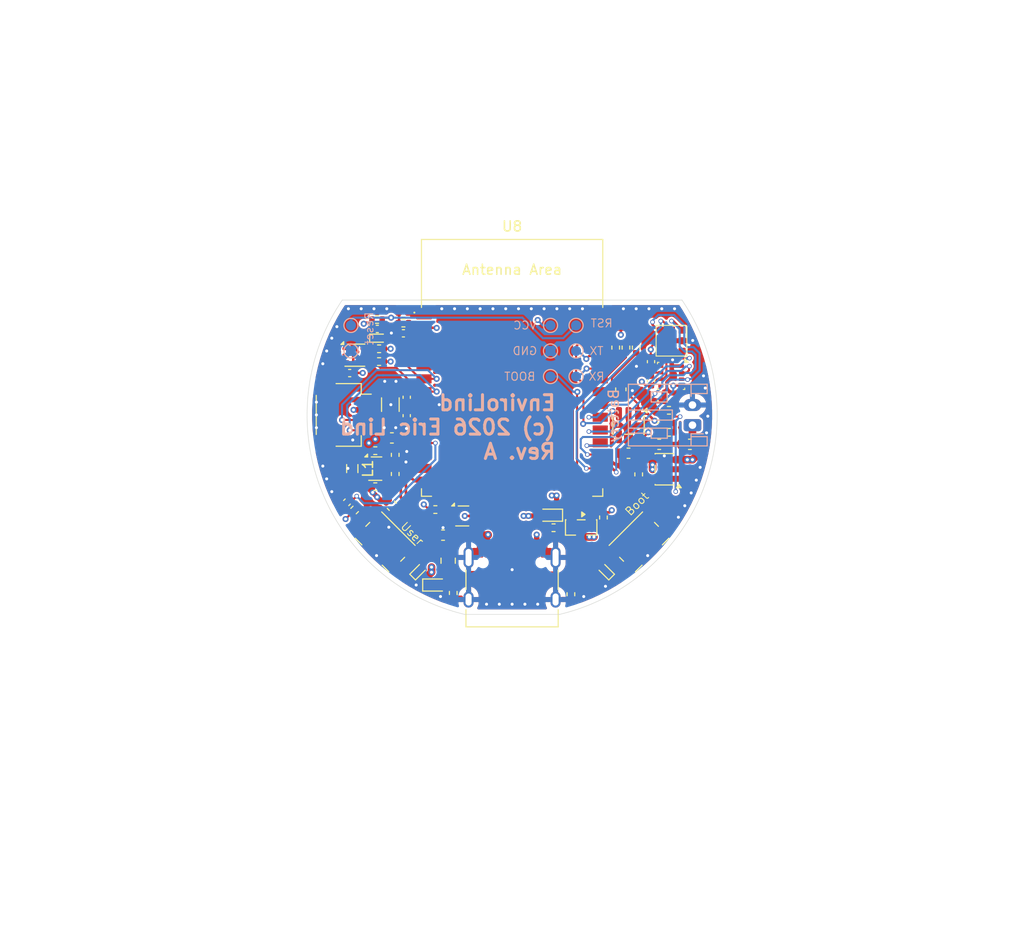
<source format=kicad_pcb>
(kicad_pcb (version 20241229) (generator "pcbnew") (generator_version "9.0")
  (layers (0 "F.Cu" signal) (4 "In1.Cu" signal) (6 "In2.Cu" signal) (2 "B.Cu" signal) (13 "F.Paste" user) (15 "B.Paste" user) (5 "F.SilkS" user "F.Silkscreen") (7 "B.SilkS" user "B.Silkscreen") (1 "F.Mask" user) (3 "B.Mask" user) (25 "Edge.Cuts" user))
  (net 0 "")
  (net 1 "GND")
  (net 2 "+5V")
  (net 3 "+3.3V")
  (net 4 "+1V2")
  (net 5 "Net-(D1-A)")
  (net 6 "LED_B")
  (net 7 "LED_G")
  (net 8 "LED_R")
  (net 9 "nRESET")
  (net 10 "Net-(D2-A)")
  (net 11 "XTAL_N")
  (net 12 "XTAL_P")
  (net 13 "Net-(U8-GPIO8)")
  (net 14 "Net-(D3-BK)")
  (net 17 "BUTTON")
  (net 18 "unconnected-(U8-NC-Pad22)")
  (net 19 "LDO_EN")
  (net 21 "Net-(D3-RK)")
  (net 22 "CS_1")
  (net 23 "Net-(D3-GK)")
  (net 24 "BOOT")
  (net 25 "Net-(F1-Pad1)")
  (net 26 "CIPO")
  (net 27 "Net-(F1-Pad2)")
  (net 28 "COPI")
  (net 29 "SCK")
  (net 30 "/LX1")
  (net 33 "SDA")
  (net 34 "SCL")
  (net 35 "Net-(J1-CC2)")
  (net 39 "Net-(J1-CC1)")
  (net 41 "TX")
  (net 42 "RX")
  (net 43 "CS_0")
  (net 44 "/DP")
  (net 45 "/U_DP")
  (net 46 "/DN")
  (net 47 "/U_DN")
  (net 48 "VCC")
  (net 49 "VBAT")
  (net 50 "Net-(D7-A)")
  (net 51 "STAT")
  (net 52 "Net-(D8-A)")
  (net 53 "Net-(U1-PROG)")
  (net 54 "/LX2")
  (net 55 "Net-(Q1-G)")
  (net 56 "Net-(U3-FB)")
  (net 57 "Net-(U3-EN)")
  (net 58 "Net-(U3-Mode)")
  (footprint "Resistor_SMD:R_0402_1005Metric" (layer "F.Cu") (at 117.1722 101.1428)
    (property "Reference" "R12" (hide yes))
    (property "Value" "1k" (hide yes))
  )
  (footprint "Inductor_SMD:L_0805_2012Metric" (layer "F.Cu") (at 85.729 106.93 -90)
    (property "Reference" "L1")
    (property "Value" "1µH")
  )
  (footprint "Fuse:Fuse_0805_2012Metric" (layer "F.Cu") (at 95.25 116.078 90)
    (property "Reference" "FB1" (hide yes))
    (property "Value" "BLM21PG220" (hide yes))
  )
  (footprint "Capacitor_SMD:C_0402_1005Metric" (layer "F.Cu") (at 88.2142 93.0656 180)
    (property "Reference" "C5" (hide yes))
    (property "Value" "1µF" (hide yes))
  )
  (footprint "Resistor_SMD:R_0402_1005Metric" (layer "F.Cu") (at 107.438 119.4054 90)
    (property "Reference" "R2" (hide yes))
    (property "Value" "5k1" (hide yes))
  )
  (footprint "Resistor_SMD:R_0402_1005Metric" (layer "F.Cu") (at 110.6678 111.7874 -90)
    (property "Reference" "R16" (hide yes))
    (property "Value" "51k")
  )
  (footprint "Capacitor_SMD:C_0603_1608Metric" (layer "F.Cu") (at 119.253 104.521 180)
    (property "Reference" "C13" (hide yes))
    (property "Value" "10µF" (hide yes))
  )
  (footprint "Button_Switch_SMD:Panasonic_EVQPUJ_EVQPUA" (layer "F.Cu") (at 88.999553 114.200447 135)
    (property "Reference" "SW4" (hide yes))
    (property "Value" "User")
  )
  (footprint "Resistor_SMD:R_0402_1005Metric" (layer "F.Cu") (at 112.903 94.9167 90)
    (property "Reference" "R5" (hide yes))
    (property "Value" "1k" (hide yes))
  )
  (footprint "Capacitor_SMD:C_0402_1005Metric" (layer "F.Cu") (at 115.3922 98.2192 90)
    (property "Reference" "C8" (hide yes))
    (property "Value" "100n" (hide yes))
  )
  (footprint "Package_LGA:Bosch_LGA-8_2.5x2.5mm_P0.65mm_ClockwisePinNumbering" (layer "F.Cu") (at 117.3898 97.7294 -90)
    (property "Reference" "U5" (hide yes))
    (property "Value" "BME280" (hide yes))
  )
  (footprint "LGA9:LED-RGB-CA-2012" (layer "F.Cu") (at 117.37 92.5037 90)
    (property "Reference" "D3" (hide yes))
    (property "Value" "LED_RGAB" (hide yes))
  )
  (footprint "Resistor_SMD:R_0402_1005Metric" (layer "F.Cu") (at 88.013 105.152)
    (property "Reference" "R17" (hide yes))
    (property "Value" "511k")
  )
  (footprint "Capacitor_SMD:C_0402_1005Metric" (layer "F.Cu") (at 91.1352 101.6762 -90)
    (property "Reference" "C9" (hide yes))
    (property "Value" "12pF" (hide yes))
  )
  (footprint "Resistor_SMD:R_0402_1005Metric" (layer "F.Cu") (at 88.1888 92.1258 180)
    (property "Reference" "R10" (hide yes))
    (property "Value" "4k7" (hide yes))
  )
  (footprint "Diode_SMD:D_SOD-523" (layer "F.Cu") (at 93.98 118.491)
    (property "Reference" "D2" (hide yes))
    (property "Value" "MSK4005" (hide yes))
  )
  (footprint "Resistor_SMD:R_0402_1005Metric" (layer "F.Cu") (at 89.9922 105.5664 90)
    (property "Reference" "R18" (hide yes))
    (property "Value" "91k")
  )
  (footprint "Package_TO_SOT_SMD:SOT-666" (layer "F.Cu") (at 96.647 111.633)
    (property "Reference" "U2" (hide yes))
    (property "Value" "USBLC6-2P6" (hide yes))
  )
  (footprint "Capacitor_SMD:C_0402_1005Metric" (layer "F.Cu") (at 115.3922 96.3142 -90)
    (property "Reference" "C10" (hide yes))
    (property "Value" "100n" (hide yes))
  )
  (footprint "Diode_SMD:D_SOD-523" (layer "F.Cu") (at 105.348 111.5568 180)
    (property "Reference" "D9" (hide yes))
    (property "Value" "D" (hide yes))
  )
  (footprint "Capacitor_SMD:C_0603_1608Metric" (layer "F.Cu") (at 89.662 110.617 -45)
    (property "Reference" "C1" (hide yes))
    (property "Value" "22µF" (hide yes))
  )
  (footprint "PCM_Espressif:ESP32-C6-WROOM-1" (layer "F.Cu") (at 101.6 99.929)
    (property "Reference" "U8")
    (property "Value" "ESP32-C6-WROOM-1" (hide yes))
  )
  (footprint "Diode_SMD:D_SOD-923" (layer "F.Cu") (at 110.871 117.094 135)
    (property "Reference" "D5" (hide yes))
    (property "Value" "ESD3.3" (hide yes))
  )
  (footprint "LED_SMD:LED_0402_1005Metric" (layer "F.Cu") (at 90.805 91.44 180)
    (property "Reference" "D1" (hide yes))
    (property "Value" "PWR" (hide yes))
  )
  (footprint "Package_TO_SOT_SMD:SOT-23" (layer "F.Cu") (at 108.458 112.776 -90)
    (property "Reference" "Q1" (hide yes))
    (property "Value" "AO3401A" (hide yes))
  )
  (footprint "Resistor_SMD:R_0402_1005Metric" (layer "F.Cu") (at 105.7148 112.8014)
    (property "Reference" "R15" (hide yes))
    (property "Value" "100k" (hide yes))
  )
  (footprint "Resistor_SMD:R_0402_1005Metric" (layer "F.Cu") (at 88.013 108.726)
    (property "Reference" "R19" (hide yes))
    (property "Value" "1k")
  )
  (footprint "Crystal:Crystal_SMD_3215-2Pin_3.2x1.5mm" (layer "F.Cu") (at 89.5096 100.5786 -90)
    (property "Reference" "Y1" (hide yes))
    (property "Value" "32.768KHz" (hide yes))
  )
  (footprint "Capacitor_SMD:C_0603_1608Metric" (layer "F.Cu") (at 113.157 105.4045 180)
    (property "Reference" "C4" (hide yes))
    (property "Value" "1µF" (hide yes))
  )
  (footprint "Resistor_SMD:R_0402_1005Metric" (layer "F.Cu") (at 88.392 96.3031 180)
    (property "Reference" "R8" (hide yes))
    (property "Value" "4k7" (hide yes))
  )
  (footprint "Capacitor_SMD:C_0603_1608Metric" (layer "F.Cu") (at 94.742 113.538)
    (property "Reference" "F1" (hide yes))
    (property "Value" "Polyfuse 1A" (hide yes))
  )
  (footprint "Button_Switch_SMD:Panasonic_EVQPUJ_EVQPUA" (layer "F.Cu") (at 114.200447 114.200447 -135)
    (property "Reference" "SW3" (hide yes))
    (property "Value" "Boot")
  )
  (footprint "Package_TO_SOT_SMD:SOT-23-5" (layer "F.Cu") (at 116.7075 106.995 180)
    (property "Reference" "U1" (hide yes))
    (property "Value" "MCP73831-2-OT" (hide yes))
  )
  (footprint "Capacitor_SMD:C_0402_1005Metric" (layer "F.Cu") (at 90.805 93.4974 180)
    (property "Reference" "C6" (hide yes))
    (property "Value" "100n" (hide yes))
  )
  (footprint "Resistor_SMD:R_0402_1005Metric" (layer "F.Cu") (at 111.887 94.9167 90)
    (property "Reference" "R4" (hide yes))
    (property "Value" "1k" (hide yes))
  )
  (footprint "Resistor_SMD:R_0402_1005Metric" (layer "F.Cu") (at 117.1682 103.3272)
    (property "Reference" "R11" (hide yes))
    (property "Value" "1k" (hide yes))
  )
  (footprint "Capacitor_SMD:C_0402_1005Metric" (layer "F.Cu") (at 85.471 97.4461 180)
    (property "Reference" "C7" (hide yes))
    (property "Value" "100n" (hide yes))
  )
  (footprint "Connector_JST:JST_SH_SM04B-SRSS-TB_1x04-1MP_P1.00mm_Horizontal" (layer "F.Cu") (at 84.836 101.6 -90)
    (property "Reference" "J2" (hide yes))
    (property "Value" "qwiic" (hide yes))
  )
  (footprint "LED_SMD:LED_0402_1005Metric" (layer "F.Cu") (at 117.1742 100.203)
    (property "Reference" "D8" (hide yes))
    (property "Value" "READY" (hide yes))
  )
  (footprint "Resistor_SMD:R_0402_1005Metric" (layer "F.Cu") (at 113.919 94.9167 90)
    (property "Reference" "R6" (hide yes))
    (property "Value" "1k" (hide yes))
  )
  (footprint "Package_TO_SOT_SMD:SOT-583-8" (layer "F.Cu") (at 88.011 106.934)
    (property "Reference" "U3" (hide yes))
    (property "Value" "TPS631000")
  )
  (footprint "Resistor_SMD:R_0402_1005Metric" (layer "F.Cu") (at 95.754 119.2784 90)
    (property "Reference" "R1" (hide yes))
    (property "Value" "5k1" (hide yes))
  )
  (footprint "Resistor_SMD:R_0402_1005Metric" (layer "F.Cu") (at 85.962811 111.039589 -135)
    (property "Reference" "R14" (hide yes))
    (property "Value" "4k7" (hide yes))
  )
  (footprint "Resistor_SMD:R_0402_1005Metric" (layer "F.Cu") (at 90.805 92.4814 180)
    (property "Reference" "R3" (hide yes))
    (property "Value" "1k" (hide yes))
  )
  (footprint "Resistor_SMD:R_0402_1005Metric" (layer "F.Cu") (at 88.392 95.0331 180)
    (property "Reference" "R7" (hide yes))
    (property "Value" "4k7" (hide yes))
  )
  (footprint "OptoDevice:Lite-On_LTR-303ALS-01" (layer "F.Cu") (at 85.979 95.6681)
    (property "Reference" "U7" (hide yes))
    (property "Value" "LTR-303ALS-01" (hide yes))
  )
  (footprint "Package_TO_SOT_SMD:SOT-23-5" (layer "F.Cu") (at 113.157 102.616 -90)
    (property "Reference" "U4" (hide yes))
    (property "Value" "TLV75512PDBV")
  )
  (footprint "Capacitor_SMD:C_0402_1005Metric" (layer "F.Cu") (at 91.1352 99.8474 90)
    (property "Reference" "C11" (hide yes))
    (property "Value" "12pF" (hide yes))
  )
  (footprint "Diode_SMD:D_SOD-923" (layer "F.Cu") (at 92.329 117.094 45)
    (property "Reference" "D6" (hide yes))
    (property "Value" "ESD3.3" (hide yes))
  )
  (footprint "Resistor_SMD:R_0402_1005Metric" (layer "F.Cu") (at 114.1675 107.505 -90)
    (property "Reference" "R9" (hide yes))
    (property "Value" "3k" (hide yes))
  )
  (footprint "Capacitor_SMD:C_0603_1608Metric" (layer "F.Cu") (at 112.395 99.06 90)
    (property "Reference" "C3" (hide yes))
    (property "Value" "1µF" (hide yes))
  )
  (footprint "Connector_USB:USB_C_Receptacle_XKB_U262-16XN-4BVC11" (layer "F.Cu") (at 101.596 118.859)
    (property "Reference" "J1" (hide yes))
    (property "Value" "USB_C_Receptacle_USB2.0_16P" (hide yes))
  )
  (footprint "Capacitor_SMD:C_0603_1608Metric" (layer "F.Cu") (at 116.205 104.521)
    (property "Reference" "C14" (hide yes))
    (property "Value" "10µF" (hide yes))
  )
  (footprint "Diode_SMD:D_SOD-923" (layer "F.Cu") (at 88.3158 93.98)
    (property "Reference" "D4" (hide yes))
    (property "Value" "ESD3.3" (hide yes))
  )
  (footprint "Capacitor_SMD:C_0603_1608Metric" (layer "F.Cu") (at 89.662 103.886)
    (property "Reference" "C2" (hide yes))
    (property "Value" "47µF" (hide yes))
  )
  (footprint "Resistor_SMD:R_0402_1005Metric" (layer "F.Cu") (at 89.9922 107.4674 -90)
    (property "Reference" "R20" (hide yes))
    (property "Value" "1k")
  )
  (footprint "Resistor_SMD:R_0402_1005Metric" (layer "F.Cu") (at 93.978 110.998 180)
    (property "Reference" "R13" (hide yes))
    (property "Value" "10k" (hide yes))
  )
  (footprint "LGA9:LGA9" (layer "F.Cu") (at 111.0742 100.584 -90)
    (property "Reference" "U6" (hide yes))
    (property "Value" "ENS161" (hide yes))
  )
  (footprint "Capacitor_SMD:C_0402_1005Metric" (layer "F.Cu") (at 85.200811 110.277589 -135)
    (property "Reference" "C12" (hide yes))
    (property "Value" "1µF" (hide yes))
  )
  (footprint "LED_SMD:LED_0402_1005Metric" (layer "F.Cu") (at 117.1702 102.3874)
    (property "Reference" "D7" (hide yes))
    (property "Value" "CHRG" (hide yes))
  )
  (footprint "TestPoint:TestPoint_Pad_D1.0mm" (layer "B.Cu") (at 107.95 92.71 180)
    (property "Reference" "TP1" (hide yes))
    (property "Value" "RST")
  )
  (footprint "TestPoint:TestPoint_Pad_D1.0mm" (layer "B.Cu") (at 105.41 92.71 180)
    (property "Reference" "TP2" (hide yes))
    (property "Value" "VCC")
  )
  (footprint "TestPoint:TestPoint_Pad_D1.0mm" (layer "B.Cu") (at 105.41 97.79 180)
    (property "Reference" "TP6" (hide yes))
    (property "Value" "BOOT")
  )
  (footprint "TestPoint:TestPoint_Pad_D1.0mm" (layer "B.Cu") (at 105.41 95.25 180)
    (property "Reference" "TP4" (hide yes))
    (property "Value" "GND")
  )
  (footprint "TestPoint:TestPoint_Pad_D1.0mm" (layer "B.Cu") (at 107.95 97.79 180)
    (property "Reference" "TP5" (hide yes))
    (property "Value" "RX")
  )
  (footprint "TestPoint:TestPoint_Pad_D1.0mm" (layer "B.Cu") (at 85.598 95.25)
    (property "Reference" "TP7" (hide yes))
    (property "Value" "BOOT" (hide yes))
  )
  (footprint "Connector_JST:JST_PH_S2B-PH-K_1x02_P2.00mm_Horizontal" (layer "B.Cu") (at 119.507 102.616 90)
    (property "Reference" "J3" (hide yes))
    (property "Value" "Battery")
  )
  (footprint "TestPoint:TestPoint_Pad_D1.0mm" (layer "B.Cu") (at 107.95 95.25 180)
    (property "Reference" "TP3" (hide yes))
    (property "Value" "TX")
  )
  (footprint "TestPoint:TestPoint_Pad_D1.0mm" (layer "B.Cu") (at 85.598 92.71)
    (property "Reference" "TP8" (hide yes))
    (property "Value" "BOOT" (hide yes))
  )
  (gr_arc (start 96.902928 121.410373) (mid 82.630792 108.994763) (end 84.7344 90.1954) (stroke (width 0.05)) (layer "Edge.Cuts"))
  (gr_line (start 84.7344 90.1954) (end 118.4656 90.1954) (stroke (width 0.05)) (layer "Edge.Cuts"))
  (gr_arc (start 118.4656 90.1954) (mid 120.56948 108.994064) (end 106.298532 121.410026) (stroke (width 0.05)) (layer "Edge.Cuts"))
  (gr_line (start 106.298532 121.410026) (end 96.90293 121.410373) (stroke (width 0.05)) (layer "Edge.Cuts"))
  (gr_text "EnviroLind\n(c) 2026 Eric Lind\nRev. A" (at 106.0704 106.1212 0) (layer "B.SilkS") (effects (font (size 1.5 1.5) (thickness 0.3) (bold yes)) (justify left bottom mirror)))
  (gr_text "Reset" (at 87.884 91.313 90) (layer "B.SilkS") (effects (font (size 0.8 0.8) (thickness 0.099822)) (justify left bottom mirror)))
  (segment (start 92.611 91.44) (end 92.85 91.679) (width 0.254) (layer "F.Cu") (net 1))
  (segment (start 96.3496 112.0976) (end 96.52 112.268) (width 0.2032) (layer "F.Cu") (net 1))
  (segment (start 96.120022 111.6804) (end 96.139 111.699378) (width 0.2032) (layer "F.Cu") (net 1))
  (segment (start 113.157 101.4785) (end 113.157 104.6295) (width 0.254) (layer "F.Cu") (net 1))
  (segment (start 96.072622 111.633) (end 96.3496 111.356022) (width 0.2032) (layer "F.Cu") (net 1))
  (segment (start 115.3668 97.409) (end 115.3668 96.9772) (width 0.2032) (layer "F.Cu") (net 1))
  (segment (start 95.722 111.633) (end 95.7694 111.6804) (width 0.2032) (layer "F.Cu") (net 1))
  (segment (start 91.3448 91.44) (end 92.611 91.44) (width 0.254) (layer "F.Cu") (net 1))
  (segment (start 96.3496 111.356022) (end 96.139 111.566622) (width 0.2032) (layer "F.Cu") (net 1))
  (segment (start 104.946 115.189) (end 105.351 115.189) (width 0.762) (layer "F.Cu") (net 1))
  (segment (start 87.7342 93.0656) (end 87.7342 93.8184) (width 0.254) (layer "F.Cu") (net 1))
  (segment (start 105.351 115.189) (end 105.916 115.754) (width 0.762) (layer "F.Cu") (net 1))
  (segment (start 110.35 91.679) (end 110.759 91.679) (width 0.2032) (layer "F.Cu") (net 1))
  (segment (start 95.7694 111.6804) (end 96.120022 111.6804) (width 0.2032) (layer "F.Cu") (net 1))
  (segment (start 96.3496 111.1684) (end 96.52 110.998) (width 0.2032) (layer "F.Cu") (net 1))
  (segment (start 96.296311 111.856689) (end 96.3496 111.909978) (width 0.2032) (layer "F.Cu") (net 1))
  (segment (start 113.157 104.6295) (end 112.382 105.4045) (width 0.254) (layer "F.Cu") (net 1))
  (segment (start 96.139 111.566622) (end 96.139 111.699378) (width 0.2032) (layer "F.Cu") (net 1))
  (segment (start 96.3496 111.356022) (end 96.3496 111.1684) (width 0.2032) (layer "F.Cu") (net 1))
  (segment (start 95.722 111.633) (end 96.072622 111.633) (width 0.2032) (layer "F.Cu") (net 1))
  (segment (start 98.246 115.189) (end 97.841 115.189) (width 0.762) (layer "F.Cu") (net 1))
  (segment (start 97.841 115.189) (end 97.276 115.754) (width 0.762) (layer "F.Cu") (net 1))
  (segment (start 95.7694 111.5856) (end 96.120022 111.5856) (width 0.2032) (layer "F.Cu") (net 1))
  (segment (start 116.3648 97.4044) (end 115.3714 97.4044) (width 0.2032) (layer "F.Cu") (net 1))
  (segment (start 96.3496 111.909978) (end 96.3496 112.0976) (width 0.2032) (layer "F.Cu") (net 1))
  (segment (start 115.3668 97.8408) (end 115.3668 97.409) (width 0.2032) (layer "F.Cu") (net 1))
  (segment (start 87.7342 93.8184) (end 87.8958 93.98) (width 0.254) (layer "F.Cu") (net 1))
  (segment (start 95.722 111.633) (end 95.7694 111.5856) (width 0.2032) (layer "F.Cu") (net 1))
  (segment (start 96.120022 111.5856) (end 96.139 111.566622) (width 0.2032) (layer "F.Cu") (net 1))
  (segment (start 84.991 97.303108) (end 84.991 97.4461) (width 0.254) (layer "F.Cu") (net 1))
  (segment (start 96.139 111.699378) (end 96.296311 111.856689) (width 0.2032) (layer "F.Cu") (net 1))
  (via (at 86.614 91.059) (size 0.6) (drill 0.3) (layers "F.Cu" "B.Cu") (net 1))
  (via (at 117.535393 96.134) (size 0.6) (drill 0.3) (layers "F.Cu" "B.Cu") (net 1))
  (via (at 89.154 91.059) (size 0.6) (drill 0.3) (layers "F.Cu" "B.Cu") (net 1))
  (via (at 88.138 115.57) (size 0.6) (drill 0.3) (layers "F.Cu" "B.Cu") (net 1))
  (via (at 83.693 93.98) (size 0.6) (drill 0.3) (layers "F.Cu" "B.Cu") (net 1))
  (via (at 91.059 106.2736) (size 0.6) (drill 0.3) (layers "F.Cu" "B.Cu") (net 1))
  (via (at 100.965 91.059) (size 0.6) (drill 0.3) (layers "F.Cu" "B.Cu") (net 1))
  (via (at 84.201 92.837) (size 0.6) (drill 0.3) (layers "F.Cu" "B.Cu") (net 1))
  (via (at 94.488 119.634) (size 0.6) (drill 0.3) (layers "F.Cu" "B.Cu") (net 1))
  (via (at 103.505 91.059) (size 0.6) (drill 0.3) (layers "F.Cu" "B.Cu") (net 1))
  (via (at 100.33 120.396) (size 0.6) (drill 0.3) (layers "F.Cu" "B.Cu") (net 1))
  (via (at 106.045 91.059) (size 0.6) (drill 0.3) (layers "F.Cu" "B.Cu") (net 1))
  (via (at 89.6112 93.472) (size 0.6) (drill 0.3) (layers "F.Cu" "B.Cu") (net 1))
  (via (at 101.6 116.967) (size 0.6) (drill 0.3) (layers "F.Cu" "B.Cu") (net 1))
  (via (at 108.712 119.634) (size 0.6) (drill 0.3) (layers "F.Cu" "B.Cu") (net 1))
  (via (at 85.344 91.059) (size 0.6) (drill 0.3) (layers "F.Cu" "B.Cu") (net 1))
  (via (at 88.9 102.87) (size 0.6) (drill 0.3) (layers "F.Cu" "B.Cu") (net 1))
  (via (at 110.871 118.618) (size 0.6) (drill 0.3) (layers "F.Cu" "B.Cu") (net 1))
  (via (at 90.0684 98.2672) (size 0.6) (drill 0.3) (layers "F.Cu" "B.Cu") (net 1))
  (via (at 97.155 91.059) (size 0.6) (drill 0.3) (layers "F.Cu" "B.Cu") (net 1))
  (via (at 83.693 109.22) (size 0.6) (drill 0.3) (layers "F.Cu" "B.Cu") (net 1))
  (via (at 102.235 91.059) (size 0.6) (drill 0.3) (layers "F.Cu" "B.Cu") (net 1))
  (via (at 82.169 100.33) (size 0.6) (drill 0.3) (layers "F.Cu" "B.Cu") (net 1))
  (via (at 94.361 100.584) (size 0.6) (drill 0.3) (layers "F.Cu" "B.Cu") (net 1))
  (via (at 98.425 91.059) (size 0.6) (drill 0.3) (layers "F.Cu" "B.Cu") (net 1))
  (via (at 107.315 91.059) (size 0.6) (drill 0.3) (layers "F.Cu" "B.Cu") (net 1))
  (via (at 89.3572 112.7506) (size 0.6) (drill 0.3) (layers "F.Cu" "B.Cu") (net 1))
  (via (at 83.185 95.25) (size 0.6) (drill 0.3) (layers "F.Cu" "B.Cu") (net 1))
  (via (at 120.269 106.807) (size 0.6) (drill 0.3) (layers "F.Cu" "B.Cu") (net 1))
  (via (at 82.169 102.87) (size 0.6) (drill 0.3) (layers "F.Cu" "B.Cu") (net 1))
  (via (at 108.585 91.059) (size 0.6) (drill 0.3) (layers "F.Cu" "B.Cu") (net 1))
  (via (at 94.742 112.7955) (size 0.6) (drill 0.3) (layers "F.Cu" "B.Cu") (net 1))
  (via (at 113.9444 96.774) (size 0.6) (drill 0.3) (layers "F.Cu" "B.Cu") (net 1))
  (via (at 113.919 91.059) (size 0.6) (drill 0.3) (layers "F.Cu" "B.Cu") (net 1))
  (via (at 113.538 99.187) (size 0.6) (drill 0.3) (layers "F.Cu" "B.Cu") (net 1))
  (via (at 82.804 96.52) (size 0.6) (drill 0.3) (layers "F.Cu" "B.Cu") (net 1))
  (via (at 90.043 102.87) (size 0.6) (drill 0.3) (layers "F.Cu" "B.Cu") (net 1))
  (via (at 116.459 91.059) (size 0.6) (drill 0.3) (layers "F.Cu" "B.Cu") (net 1))
  (via (at 104.14 120.396) (size 0.6) (drill 0.3) (layers "F.Cu" "B.Cu") (net 1))
  (via (at 82.169 101.6) (size 0.6) (drill 0.3) (layers "F.Cu" "B.Cu") (net 1))
  (via (at 118.11 111.76) (size 0.6) (drill 0.3) (layers "F.Cu" "B.Cu") (net 1))
  (via (at 92.075 118.491) (size 0.6) (drill 0.3) (layers "F.Cu" "B.Cu") (net 1))
  (via (at 82.804 106.68) (size 0.6) (drill 0.3) (layers "F.Cu" "B.Cu") (net 1))
  (via (at 119.38 109.347) (size 0.6) (drill 0.3) (layers "F.Cu" "B.Cu") (net 1))
  (via (at 120.904 103.378) (size 0.6) (drill 0.3) (layers "F.Cu" "B.Cu") (net 1))
  (via (at 94.615 91.059) (size 0.6) (drill 0.3) (layers "F.Cu" "B.Cu") (net 1))
  (via (at 117.729 91.059) (size 0.6) (drill 0.3) (layers "F.Cu" "B.Cu") (net 1))
  (via (at 99.695 91.059) (size 0.6) (drill 0.3) (layers "F.Cu" "B.Cu") (net 1))
  (via (at 119.888 108.077) (size 0.6) (drill 0.3) (layers "F.Cu" "B.Cu") (net 1))
  (via (at 116.713 105.664) (size 0.6) (drill 0.3) (layers "F.Cu" "B.Cu") (net 1))
  (via (at 120.604728 97.721013) (size 0.6) (drill 0.3) (layers "F.Cu" "B.Cu") (net 1))
  (via (at 99.06 120.396) (size 0.6) (drill 0.3) (layers "F.Cu" "B.Cu") (net 1))
  (via (at 104.775 91.059) (size 0.6) (drill 0.3) (layers "F.Cu" "B.Cu") (net 1))
  (via (at 91.1098 102.9462) (size 0.6) (drill 0.3) (layers "F.Cu" "B.Cu") (net 1))
  (via (at 115.062 115.57) (size 0.6) (drill 0.3) (layers "F.Cu" "B.Cu") (net 1))
  (via (at 89.5604 100.584) (size 0.6) (drill 0.3) (layers "F.Cu" "B.Cu") (net 1))
  (via (at 121.031 101.727) (size 0.6) (drill 0.3) (layers "F.Cu" "B.Cu") (net 1))
  (via (at 87.884 91.059) (size 0.6) (drill 0.3) (layers "F.Cu" "B.Cu") (net 1))
  (via (at 102.87 120.396) (size 0.6) (drill 0.3) (layers "F.Cu" "B.Cu") (net 1))
  (via (at 115.189 91.059) (size 0.6) (drill 0.3) (layers "F.Cu" "B.Cu") (net 1))
  (via (at 112.649 91.059) (size 0.6) (drill 0.3) (layers "F.Cu" "B.Cu") (net 1))
  (via (at 83.185 107.95) (size 0.6) (drill 0.3) (layers "F.Cu" "B.Cu") (net 1))
  (via (at 101.6 120.396) (size 0.6) (drill 0.3) (layers "F.Cu" "B.Cu") (net 1))
  (via (at 120.777 98.933) (size 0.6) (drill 0.3) (layers "F.Cu" "B.Cu") (net 1))
  (via (at 91.1352 105.2322) (size 0.6) (drill 0.3) (layers "F.Cu" "B.Cu") (net 1))
  (via (at 119.5324 94.2086) (size 0.6) (drill 0.3) (layers "F.Cu" "B.Cu") (net 1))
  (via (at 88.9508 98.2672) (size 0.6) (drill 0.3) (layers "F.Cu" "B.Cu") (net 1))
  (via (at 85.7758 104.0892) (size 0.6) (drill 0.3) (layers "F.Cu" "B.Cu") (net 1))
  (via (at 118.745 110.617) (size 0.6) (drill 0.3) (layers "F.Cu" "B.Cu") (net 1))
  (via (at 95.885 91.059) (size 0.6) (drill 0.3) (layers "F.Cu" "B.Cu") (net 1))
  (via (at 85.2932 106.9086) (size 0.6) (drill 0.3) (layers "F.Cu" "B.Cu") (net 1))
  (segment (start 93.28 117.54) (end 93.599 117.221) (width 0.762) (layer "F.Cu") (net 2))
  (segment (start 115.43 104.521) (end 115.5192 104.6102) (width 0.508) (layer "F.Cu") (net 2))
  (segment (start 116.6582 103.4288) (end 116.3136 103.7734) (width 0.2032) (layer "F.Cu") (net 2))
  (segment (start 111.2774 111.2774) (end 111.4933 111.0615) (width 0.254) (layer "F.Cu") (net 2))
  (segment (start 115.5446 106.553) (end 115.5446 106.0704) (width 0.762) (layer "F.Cu") (net 2))
  (segment (start 116.3136 103.7734) (end 116.1776 103.7734) (width 0.2032) (layer "F.Cu") (net 2))
  (segment (start 93.28 118.491) (end 93.28 117.54) (width 0.762) (layer "F.Cu") (net 2))
  (segment (start 115.5192 104.6102) (end 115.5192 105.9942) (width 0.508) (layer "F.Cu") (net 2))
  (segment (start 115.5446 106.0704) (end 115.57 106.045) (width 0.508) (layer "F.Cu") (net 2))
  (segment (start 116.1776 103.7734) (end 115.43 104.521) (width 0.2032) (layer "F.Cu") (net 2))
  (segment (start 116.6582 103.3272) (end 116.6582 103.4288) (width 0.2032) (layer "F.Cu") (net 2))
  (segment (start 110.6678 111.2774) (end 111.2774 111.2774) (width 0.254) (layer "F.Cu") (net 2))
  (segment (start 104.6226 111.633) (end 102.743 111.633) (width 0.508) (layer "F.Cu") (net 2))
  (segment (start 105.2048 112.1136) (end 104.648 111.5568) (width 0.254) (layer "F.Cu") (net 2))
  (segment (start 105.2048 112.8014) (end 105.2048 112.1136) (width 0.254) (layer "F.Cu") (net 2))
  (segment (start 115.5192 105.9942) (end 115.57 106.045) (width 0.508) (layer "F.Cu") (net 2))
  (segment (start 93.599 117.221) (end 93.599 116.713) (width 0.762) (layer "F.Cu") (net 2))
  (segment (start 97.572 111.633) (end 96.901 111.633) (width 0.2032) (layer "F.Cu") (net 2))
  (segment (start 115.5446 107.0102) (end 115.5446 106.553) (width 0.762) (layer "F.Cu") (net 2))
  (via (at 111.4933 111.0615) (size 0.6) (drill 0.3) (layers "F.Cu" "B.Cu") (net 2))
  (via (at 115.5446 106.553) (size 0.6) (drill 0.3) (layers "F.Cu" "B.Cu") (net 2))
  (via (at 102.743 111.633) (size 0.6) (drill 0.3) (layers "F.Cu" "B.Cu") (net 2))
  (via (at 103.2256 111.633) (size 0.6) (drill 0.3) (layers "F.Cu" "B.Cu") (net 2))
  (via (at 93.599 117.221) (size 0.6) (drill 0.3) (layers "F.Cu" "B.Cu") (net 2))
  (via (at 96.901 111.633) (size 0.6) (drill 0.3) (layers "F.Cu" "B.Cu") (net 2))
  (via (at 93.599 116.713) (size 0.6) (drill 0.3) (layers "F.Cu" "B.Cu") (net 2))
  (via (at 115.5446 107.0102) (size 0.6) (drill 0.3) (layers "F.Cu" "B.Cu") (net 2))
  (segment (start 116.9162 96.3168) (end 116.3402 95.7408) (width 0.2032) (layer "F.Cu") (net 3))
  (segment (start 91.3358 93.4974) (end 91.3638 93.4974) (width 0.254) (layer "F.Cu") (net 3))
  (segment (start 87.3872 92.4174) (end 87.6788 92.1258) (width 0.2032) (layer "F.Cu") (net 3))
  (segment (start 116.3648 98.0544) (end 116.5756 98.0544) (width 0.2032) (layer "F.Cu") (net 3))
  (segment (start 112.395 93.6467) (end 112.395 93.0727) (width 0.254) (layer "F.Cu") (net 3))
  (segment (start 91.3638 93.4974) (end 91.7702 93.091) (width 0.254) (layer "F.Cu") (net 3))
  (segment (start 116.352788 98.066412) (end 116.3648 98.0544) (width 0.2032) (layer "F.Cu") (net 3))
  (segment (start 93.47 110.871) (end 93.212884 110.871) (width 0.2032) (layer "F.Cu") (net 3))
  (segment (start 85.8218 97.3169) (end 85.951 97.4461) (width 0.254) (layer "F.Cu") (net 3))
  (segment (start 85.8218 95.4141) (end 85.8218 97.3169) (width 0.254) (layer "F.Cu") (net 3))
  (segment (start 116.9162 97.7138) (end 116.9162 96.3168) (width 0.2032) (layer "F.Cu") (net 3))
  (segment (start 114.4778 98.298) (end 114.879 98.6992) (width 0.2032) (layer "F.Cu") (net 3))
  (segment (start 91.9774 93.091) (end 92.708 93.091) (width 0.254) (layer "F.Cu") (net 3))
  (segment (start 85.079 95.0181) (end 85.4258 95.0181) (width 0.254) (layer "F.Cu") (net 3))
  (segment (start 91.3678 92.6378) (end 91.821 93.091) (width 0.254) (layer "F.Cu") (net 3))
  (segment (start 93.212884 110.871) (end 92.828641 110.486757) (width 0.2032) (layer "F.Cu") (net 3))
  (segment (start 87.0002 92.4174) (end 87.3872 92.4174) (width 0.2032) (layer "F.Cu") (net 3))
  (segment (start 114.879 98.6992) (end 115.3974 98.6992) (width 0.2032) (layer "F.Cu") (net 3))
  (segment (start 91.3678 92.4814) (end 91.3678 92.6378) (width 0.254) (layer "F.Cu") (net 3))
  (segment (start 85.852 101.1) (end 86.836 101.1) (width 0.508) (layer "F.Cu") (net 3))
  (segment (start 92.708 93.091) (end 92.85 92.949) (width 0.254) (layer "F.Cu") (net 3))
  (segment (start 91.821 93.091) (end 91.9774 93.091) (width 0.254) (layer "F.Cu") (net 3))
  (segment (start 91.7702 93.091) (end 91.9774 93.091) (width 0.254) (layer "F.Cu") (net 3))
  (segment (start 88.902 96.3031) (end 89.535 96.3031) (width 0.254) (layer "F.Cu") (net 3))
  (segment (start 86.7664 97.4344) (end 85.9627 97.4344) (width 0.254) (layer "F.Cu") (net 3))
  (segment (start 116.3402 95.7408) (end 116.3402 95.284) (width 0.2032) (layer "F.Cu") (net 3))
  (segment (start 116.5756 98.0544) (end 116.9162 97.7138) (width 0.2032) (layer "F.Cu") (net 3))
  (segment (start 116.030188 98.066412) (end 116.352788 98.066412) (width 0.2032) (layer "F.Cu") (net 3))
  (segment (start 112.395 93.0727) (end 112.522 92.9457) (width 0.254) (layer "F.Cu") (net 3))
  (segment (start 85.602187 111.400213) (end 85.0646 111.9378) (width 0.2032) (layer "F.Cu") (net 3))
  (segment (start 115.3974 98.6992) (end 116.030188 98.066412) (width 0.2032) (layer "F.Cu") (net 3))
  (segment (start 85.4258 95.0181) (end 85.8218 95.4141) (width 0.254) (layer "F.Cu") (net 3))
  (segment (start 86.868 92.5496) (end 87.0002 92.4174) (width 0.2032) (layer "F.Cu") (net 3))
  (segment (start 88.902 95.0331) (end 89.535 95.0331) (width 0.254) (layer "F.Cu") (net 3))
  (segment (start 92.85 92.949) (end 94.092 92.949) (width 0.254) (layer "F.Cu") (net 3))
  (segment (start 85.9627 97.4344) (end 85.951 97.4461) (width 0.254) (layer "F.Cu") (net 3))
  (segment (start 94.092 92.949) (end 94.107 92.964) (width 0.254) (layer "F.Cu") (net 3))
  (via (at 86.7664 97.4344) (size 0.6) (drill 0.3) (layers "F.Cu" "B.Cu") (net 3))
  (via (at 86.868 92.5496) (size 0.6) (drill 0.3) (layers "F.Cu" "B.Cu") (net 3))
  (via (at 92.828641 110.486757) (size 0.6) (drill 0.3) (layers "F.Cu" "B.Cu") (net 3))
  (via (at 88.011 104.013) (size 0.6) (drill 0.3) (layers "F.Cu" "B.Cu") (net 3))
  (via (at 94.107 92.964) (size 0.6) (drill 0.3) (layers "F.Cu" "B.Cu") (net 3))
  (via (at 114.4778 98.298) (size 0.6) (drill 0.3) (layers "F.Cu" "B.Cu") (net 3))
  (via (at 85.0646 111.9378) (size 0.6) (drill 0.3) (layers "F.Cu" "B.Cu") (net 3))
  (via (at 104.14 92.1766) (size 0.6) (drill 0.3) (layers "F.Cu" "B.Cu") (net 3))
  (via (at 85.852 101.1) (size 0.6) (drill 0.3) (layers "F.Cu" "B.Cu") (net 3))
  (via (at 87.376 104.394) (size 0.6) (drill 0.3) (layers "F.Cu" "B.Cu") (net 3))
  (via (at 89.535 96.3031) (size 0.6) (drill 0.3) (layers "F.Cu" "B.Cu") (net 3))
  (via (at 89.535 95.0331) (size 0.6) (drill 0.3) (layers "F.Cu" "B.Cu") (net 3))
  (via (at 112.395 93.6467) (size 0.6) (drill 0.3) (layers "F.Cu" "B.Cu") (net 3))
  (segment (start 104.648 92.71) (end 105.41 92.71) (width 0.2032) (layer "B.Cu") (net 3))
  (segment (start 104.14 92.202) (end 104.648 92.71) (width 0.2032) (layer "B.Cu") (net 3))
  (segment (start 104.14 92.1766) (end 104.14 92.202) (width 0.2032) (layer "B.Cu") (net 3))
  (segment (start 114.107 103.748) (end 114.107 105.2295) (width 0.254) (layer "F.Cu") (net 4))
  (segment (start 114.107 105.2295) (end 113.932 105.4045) (width 0.254) (layer "F.Cu") (net 4))
  (segment (start 116.3648 96.7544) (end 116.3124 96.7544) (width 0.2032) (layer "F.Cu") (net 4))
  (segment (start 115.1214 103.3186) (end 114.692 103.748) (width 0.254) (layer "F.Cu") (net 4))
  (segment (start 114.692 103.748) (end 114.107 103.748) (width 0.254) (layer "F.Cu") (net 4))
  (segment (start 116.3124 96.7544) (end 115.3668 95.8088) (width 0.2032) (layer "F.Cu") (net 4))
  (segment (start 115.8494 94.4002) (end 116.174 94.4002) (width 0.2032) (layer "F.Cu") (net 4))
  (segment (start 115.3668 95.8088) (end 115.3668 95.1062) (width 0.2032) (layer "F.Cu") (net 4))
  (segment (start 116.174 94.4002) (end 116.3402 94.234) (width 0.2032) (layer "F.Cu") (net 4))
  (segment (start 115.3668 94.8828) (end 115.8494 94.4002) (width 0.2032) (layer "F.Cu") (net 4))
  (via (at 115.1214 103.3186) (size 0.6) (drill 0.3) (layers "F.Cu" "B.Cu") (net 4))
  (via (at 115.3668 95.1062) (size 0.6) (drill 0.3) (layers "F.Cu" "B.Cu") (net 4))
  (segment (start 90.3748 92.4544) (end 90.3478 92.4814) (width 0.254) (layer "F.Cu") (net 5))
  (segment (start 90.3748 91.44) (end 90.3748 92.4544) (width 0.254) (layer "F.Cu") (net 5))
  (segment (start 111.887 95.4267) (end 111.887 95.377) (width 0.2032) (layer "F.Cu") (net 6))
  (segment (start 111.887 95.377) (end 110.719 94.209) (width 0.2032) (layer "F.Cu") (net 6))
  (segment (start 110.719 94.209) (end 110.35 94.209) (width 0.2032) (layer "F.Cu") (net 6))
  (segment (start 112.903 95.885) (end 110.769 98.019) (width 0.2032) (layer "F.Cu") (net 7))
  (segment (start 110.769 98.019) (end 110.35 98.019) (width 0.2032) (layer "F.Cu") (net 7))
  (segment (start 112.903 95.633) (end 112.903 95.885) (width 0.2032) (layer "F.Cu") (net 7))
  (segment (start 110.8852 100.559) (end 110.35 100.559) (width 0.2032) (layer "F.Cu") (net 8))
  (segment (start 111.506 97.9424) (end 111.506 99.9382) (width 0.2032) (layer "F.Cu") (net 8))
  (segment (start 113.919 95.633) (end 113.8154 95.633) (width 0.2032) (layer "F.Cu") (net 8))
  (segment (start 111.506 99.9382) (end 110.8852 100.559) (width 0.2032) (layer "F.Cu") (net 8))
  (segment (start 113.8154 95.633) (end 111.506 97.9424) (width 0.2032) (layer "F.Cu") (net 8))
  (segment (start 110.35 100.569) (end 110.759 100.569) (width 0.2032) (layer "F.Cu") (net 8))
  (segment (start 88.6688 93.0402) (end 88.6942 93.0656) (width 0.2032) (layer "F.Cu") (net 9))
  (segment (start 91.008588 94.11) (end 91.005588 94.107) (width 0.2032) (layer "F.Cu") (net 9))
  (segment (start 92.748 94.107) (end 91.666012 94.107) (width 0.2032) (layer "F.Cu") (net 9))
  (segment (start 88.6688 93.091) (end 88.6942 93.0656) (width 0.2032) (layer "F.Cu") (net 9))
  (segment (start 89.2438 93.98) (end 88.7358 93.98) (width 0.2032) (layer "F.Cu") (net 9))
  (segment (start 88.7358 93.98) (end 88.7358 93.472) (width 0.2032) (layer "F.Cu") (net 9))
  (segment (start 91.663012 94.11) (end 91.008588 94.11) (width 0.2032) (layer "F.Cu") (net 9))
  (segment (start 91.666012 94.107) (end 91.663012 94.11) (width 0.2032) (layer "F.Cu") (net 9))
  (segment (start 90.706012 94.107) (end 90.703012 94.11) (width 0.2032) (layer "F.Cu") (net 9))
  (segment (start 88.6988 92.1258) (end 88.6688 92.1558) (width 0.2032) (layer "F.Cu") (net 9))
  (segment (start 90.045588 94.107) (end 89.3708 94.107) (width 0.2032) (layer "F.Cu") (net 9))
  (segment (start 92.85 94.209) (end 92.748 94.107) (width 0.2032) (layer "F.Cu") (net 9))
  (segment (start 88.6688 93.405) (end 88.6688 93.091) (width 0.2032) (layer "F.Cu") (net 9))
  (segment (start 89.3708 94.107) (end 89.2438 93.98) (width 0.2032) (layer "F.Cu") (net 9))
  (segment (start 88.8766 91.948) (end 88.6988 92.1258) (width 0.2032) (layer "F.Cu") (net 9))
  (segment (start 88.7358 93.472) (end 88.6688 93.405) (width 0.2032) (layer "F.Cu") (net 9))
  (segment (start 88.6688 92.1558) (end 88.6688 93.0402) (width 0.2032) (layer "F.Cu") (net 9))
  (segment (start 90.703012 94.11) (end 90.048588 94.11) (width 0.2032) (layer "F.Cu") (net 9))
  (segment (start 91.005588 94.107) (end 90.706012 94.107) (width 0.2032) (layer "F.Cu") (net 9))
  (segment (start 90.048588 94.11) (end 90.045588 94.107) (width 0.2032) (layer "F.Cu") (net 9))
  (segment (start 89.5858 91.948) (end 88.8766 91.948) (width 0.2032) (layer "F.Cu") (net 9))
  (via (at 89.5858 91.948) (size 0.6) (drill 0.3) (layers "F.Cu" "B.Cu") (net 9))
  (segment (start 102.616 91.948) (end 104.648 93.98) (width 0.2032) (layer "B.Cu") (net 9))
  (segment (start 104.648 93.98) (end 106.68 93.98) (width 0.2032) (layer "B.Cu") (net 9))
  (segment (start 85.598 92.202) (end 85.598 92.71) (width 0.2032) (layer "B.Cu") (net 9))
  (segment (start 89.5858 91.948) (end 85.852 91.948) (width 0.2032) (layer "B.Cu") (net 9))
  (segment (start 89.5858 91.948) (end 102.616 91.948) (width 0.2032) (layer "B.Cu") (net 9))
  (segment (start 106.68 93.98) (end 107.95 92.71) (width 0.2032) (layer "B.Cu") (net 9))
  (segment (start 85.852 91.948) (end 85.598 92.202) (width 0.2032) (layer "B.Cu") (net 9))
  (segment (start 95.25 117.0155) (end 94.68 117.5855) (width 0.762) (layer "F.Cu") (net 10))
  (segment (start 94.68 117.5855) (end 94.68 118.491) (width 0.762) (layer "F.Cu") (net 10))
  (segment (start 92.85 101.829) (end 92.3802 101.829) (width 0.2032) (layer "F.Cu") (net 11))
  (segment (start 90.17 101.5238) (end 90.17 102.1614) (width 0.2032) (layer "F.Cu") (net 11))
  (segment (start 91.1352 101.1962) (end 90.4976 101.1962) (width 0.2032) (layer "F.Cu") (net 11))
  (segment (start 92.3802 101.829) (end 91.7474 101.1962) (width 0.2032) (layer "F.Cu") (net 11))
  (segment (start 91.7474 101.1962) (end 91.1352 101.1962) (width 0.2032) (layer "F.Cu") (net 11))
  (segment (start 90.4976 101.1962) (end 90.17 101.5238) (width 0.2032) (layer "F.Cu") (net 11))
  (segment (start 89.8798 99.3286) (end 89.5096 99.3286) (width 0.2032) (layer "F.Cu") (net 12))
  (segment (start 91.1352 100.3274) (end 92.6184 100.3274) (width 0.2032) (layer "F.Cu") (net 12))
  (segment (start 91.1352 100.3274) (end 90.8786 100.3274) (width 0.2032) (layer "F.Cu") (net 12))
  (segment (start 90.8786 100.3274) (end 89.8798 99.3286) (width 0.2032) (layer "F.Cu") (net 12))
  (segment (start 92.6184 100.3274) (end 92.85 100.559) (width 0.2032) (layer "F.Cu") (net 12))
  (segment (start 92.4302 100.559) (end 92.85 100.559) (width 0.2032) (layer "F.Cu") (net 12))
  (segment (start 94.615 103.86) (end 93.854 103.099) (width 0.254) (layer "F.Cu") (net 13))
  (segment (start 94.615 110.871) (end 94.615 103.86) (width 0.254) (layer "F.Cu") (net 13))
  (segment (start 94.488 110.998) (end 94.615 110.871) (width 0.254) (layer "F.Cu") (net 13))
  (segment (start 93.854 103.099) (end 92.85 103.099) (width 0.254) (layer "F.Cu") (net 13))
  (segment (start 113.919 94.4067) (end 113.919 93.0117) (width 0.2032) (layer "F.Cu") (net 14))
  (segment (start 113.919 93.2979) (end 113.919 93.1387) (width 0.2032) (layer "F.Cu") (net 14))
  (segment (start 91.071562 115.455562) (end 91.456749 115.455562) (width 0.2032) (layer "F.Cu") (net 17))
  (segment (start 92.448185 116.446998) (end 91.456749 115.455562) (width 0.2032) (layer "F.Cu") (net 17))
  (segment (start 87.744438 111.743251) (end 87.387721 111.743251) (width 0.254) (layer "F.Cu") (net 17))
  (segment (start 87.744438 112.128438) (end 91.071562 115.455562) (width 0.2032) (layer "F.Cu") (net 17))
  (segment (start 85.895822 109.938178) (end 85.540222 109.938178) (width 0.2032) (layer "F.Cu") (net 17))
  (segment (start 86.1695 109.6645) (end 85.895822 109.938178) (width 0.2032) (layer "F.Cu") (net 17))
  (segment (start 92.625985 116.797015) (end 92.448185 116.619215) (width 0.2032) (layer "F.Cu") (net 17))
  (segment (start 92.448185 116.619215) (end 92.448185 116.446998) (width 0.2032) (layer "F.Cu") (net 17))
  (segment (start 85.582648 109.938178) (end 86.323435 110.678965) (width 0.203) (layer "F.Cu") (net 17))
  (segment (start 87.387721 111.743251) (end 86.323435 110.678965) (width 0.203) (layer "F.Cu") (net 17))
  (segment (start 85.540222 109.938178) (end 85.582648 109.938178) (width 0.254) (layer "F.Cu") (net 17))
  (segment (start 92.875 104.394) (end 92.85 104.369) (width 0.2032) (layer "F.Cu") (net 17))
  (segment (start 93.98 104.394) (end 92.875 104.394) (width 0.2032) (layer "F.Cu") (net 17))
  (segment (start 87.744438 111.743251) (end 87.744438 112.128438) (width 0.2032) (layer "F.Cu") (net 17))
  (via (at 93.98 104.394) (size 0.45) (drill 0.3) (layers "F.Cu" "B.Cu") (net 17))
  (via (at 86.1695 109.6645) (size 0.45) (drill 0.3) (layers "F.Cu" "B.Cu") (net 17))
  (segment (start 86.868 110.363) (end 89.662 110.363) (width 0.2032) (layer "B.Cu") (net 17))
  (segment (start 89.662 110.363) (end 93.98 106.045) (width 0.2032) (layer "B.Cu") (net 17))
  (segment (start 93.98 104.394) (end 94.107 104.394) (width 0.2032) (layer "B.Cu") (net 17))
  (segment (start 93.98 106.045) (end 93.98 104.394) (width 0.2032) (layer "B.Cu") (net 17))
  (segment (start 86.1822 109.6518) (end 86.1822 109.6772) (width 0.2032) (layer "B.Cu") (net 17))
  (segment (start 86.1822 109.6772) (end 86.868 110.363) (width 0.2032) (layer "B.Cu") (net 17))
  (segment (start 86.1695 109.6645) (end 86.1822 109.6518) (width 0.2032) (layer "B.Cu") (net 17))
  (segment (start 110.35 99.299) (end 110.7844 99.299) (width 0.2032) (layer "F.Cu") (net 18))
  (segment (start 107.95 94.8038) (end 109.8148 92.939) (width 0.2032) (layer "F.Cu") (net 19))
  (segment (start 107.95 97.79) (end 107.95 94.8038) (width 0.2032) (layer "F.Cu") (net 19))
  (segment (start 111.562086 101.213714) (end 111.571892 101.213714) (width 0.2032) (layer "F.Cu") (net 19))
  (segment (start 111.5568 101.219) (end 111.562086 101.213714) (width 0.2032) (layer "F.Cu") (net 19))
  (segment (start 108.6796 98.5196) (end 107.95 97.79) (width 0.2032) (layer "F.Cu") (net 19))
  (segment (start 112.207 101.4785) (end 111.8163 101.4785) (width 0.2032) (layer "F.Cu") (net 19))
  (segment (start 108.6532 102.489) (end 108.6796 102.4626) (width 0.2032) (layer "F.Cu") (net 19))
  (segment (start 109.8148 92.939) (end 110.35 92.939) (width 0.2032) (layer "F.Cu") (net 19))
  (segment (start 111.8163 101.4785) (end 111.5568 101.219) (width 0.2032) (layer "F.Cu") (net 19))
  (segment (start 108.6796 102.4626) (end 108.6796 98.5196) (width 0.2032) (layer "F.Cu") (net 19))
  (via (at 111.571892 101.213714) (size 0.6) (drill 0.3) (layers "F.Cu" "B.Cu") (net 19))
  (via (at 108.6532 102.489) (size 0.6) (drill 0.3) (layers "F.Cu" "B.Cu") (net 19))
  (segment (start 108.5342 102.4128) (end 108.6104 102.489) (width 0.2032) (layer "B.Cu") (net 19))
  (segment (start 110.372806 102.4128) (end 108.5342 102.4128) (width 0.2032) (layer "B.Cu") (net 19))
  (segment (start 111.571892 101.213714) (end 110.372806 102.4128) (width 0.2032) (layer "B.Cu") (net 19))
  (segment (start 108.6104 102.489) (end 108.6532 102.489) (width 0.2032) (layer "B.Cu") (net 19))
  (segment (start 111.715 91.9957) (end 111.506 92.2047) (width 0.2032) (layer "F.Cu") (net 21))
  (segment (start 111.506 92.2047) (end 111.506 94.0257) (width 0.2032) (layer "F.Cu") (net 21))
  (segment (start 111.506 94.0257) (end 111.887 94.4067) (width 0.2032) (layer "F.Cu") (net 21))
  (segment (start 112.522 91.9957) (end 111.715 91.9957) (width 0.2032) (layer "F.Cu") (net 21))
  (segment (start 119.113409 95.9612) (end 119.102809 95.9506) (width 0.2032) (layer "F.Cu") (net 22))
  (segment (start 118.4402 95.9242) (end 118.4402 95.284) (width 0.2032) (layer "F.Cu") (net 22))
  (segment (start 119.2102 95.9612) (end 119.113409 95.9612) (width 0.2032) (layer "F.Cu") (net 22))
  (segment (start 118.5174 96.0014) (end 118.4402 95.9242) (width 0.2032) (layer "F.Cu") (net 22))
  (segment (start 110.3504 101.8286) (end 110.35 101.829) (width 0.2032) (layer "F.Cu") (net 22))
  (segment (start 119.102809 95.9506) (end 118.9826 95.9506) (width 0.2032) (layer "F.Cu") (net 22))
  (segment (start 118.9318 96.0014) (end 118.5174 96.0014) (width 0.2032) (layer "F.Cu") (net 22))
  (segment (start 109.22 101.829) (end 110.35 101.829) (width 0.2032) (layer "F.Cu") (net 22))
  (segment (start 118.9826 95.9506) (end 118.9318 96.0014) (width 0.2032) (layer "F.Cu") (net 22))
  (segment (start 110.35 101.839) (end 110.759 101.839) (width 0.2032) (layer "F.Cu") (net 22))
  (via (at 109.22 101.829) (size 0.45) (drill 0.3) (layers "F.Cu" "B.Cu") (net 22))
  (via (at 119.2102 95.9612) (size 0.45) (drill 0.3) (layers "F.Cu" "B.Cu") (net 22))
  (segment (start 113.093374 100.584) (end 116.799574 96.8778) (width 0.2032) (layer "B.Cu") (net 22))
  (segment (start 116.799574 96.8778) (end 116.8124 96.8778) (width 0.2032) (layer "B.Cu") (net 22))
  (segment (start 116.9162 96.774) (end 118.205187 96.774) (width 0.2032) (layer "B.Cu") (net 22))
  (segment (start 109.22 101.829) (end 110.007 101.829) (width 0.2032) (layer "B.Cu") (net 22))
  (segment (start 119.171893 95.999507) (end 119.2102 95.9612) (width 0.2032) (layer "B.Cu") (net 22))
  (segment (start 118.97968 95.999507) (end 119.171893 95.999507) (width 0.2032) (layer "B.Cu") (net 22))
  (segment (start 110.007 101.829) (end 111.252 100.584) (width 0.2032) (layer "B.Cu") (net 22))
  (segment (start 116.8124 96.8778) (end 116.9162 96.774) (width 0.2032) (layer "B.Cu") (net 22))
  (segment (start 118.205187 96.774) (end 118.97968 95.999507) (width 0.2032) (layer "B.Cu") (net 22))
  (segment (start 111.252 100.584) (end 113.093374 100.584) (width 0.2032) (layer "B.Cu") (net 22))
  (segment (start 113.411 92.1543) (end 113.411 93.5197) (width 0.1524) (layer "F.Cu") (net 23))
  (segment (start 114.322 91.9957) (end 113.5696 91.9957) (width 0.1524) (layer "F.Cu") (net 23))
  (segment (start 112.903 94.234) (end 112.903 94.613) (width 0.1524) (layer "F.Cu") (net 23))
  (segment (start 112.903 94.0277) (end 112.903 94.4067) (width 0.1524) (layer "F.Cu") (net 23))
  (segment (start 113.5696 91.9957) (end 113.411 92.1543) (width 0.1524) (layer "F.Cu") (net 23))
  (segment (start 113.411 93.5197) (end 112.903 94.0277) (width 0.1524) (layer "F.Cu") (net 23))
  (segment (start 111.743251 115.455562) (end 112.128438 115.455562) (width 0.2032) (layer "F.Cu") (net 24))
  (segment (start 111.901311 108.189) (end 115.455562 111.743251) (width 0.2032) (layer "F.Cu") (net 24))
  (segment (start 108.0516 107.0356) (end 109.205 108.189) (width 0.2032) (layer "F.Cu") (net 24))
  (segment (start 108.077 99.314) (end 108.0516 99.3394) (width 0.2032) (layer "F.Cu") (net 24))
  (segment (start 110.751815 116.446998) (end 111.743251 115.455562) (width 0.2032) (layer "F.Cu") (net 24))
  (segment (start 108.0516 99.3394) (end 108.0516 107.0356) (width 0.2032) (layer "F.Cu") (net 24))
  (segment (start 110.751815 116.619215) (end 110.751815 116.446998) (width 0.2032) (layer "F.Cu") (net 24))
  (segment (start 109.205 108.189) (end 111.901311 108.189) (width 0.2032) (layer "F.Cu") (net 24))
  (segment (start 112.128438 115.455562) (end 115.455562 112.128438) (width 0.2032) (layer "F.Cu") (net 24))
  (segment (start 110.574015 116.797015) (end 110.751815 116.619215) (width 0.2032) (layer "F.Cu") (net 24))
  (segment (start 115.455562 112.128438) (end 115.455562 111.743251) (width 0.2032) (layer "F.Cu") (net 24))
  (via (at 108.077 99.314) (size 0.6) (drill 0.3) (layers "F.Cu" "B.Cu") (net 24))
  (segment (start 106.172 97.79) (end 105.41 97.79) (width 0.2032) (layer "B.Cu") (net 24))
  (segment (start 107.696 99.314) (end 106.172 97.79) (width 0.2032) (layer "B.Cu") (net 24))
  (segment (start 108.077 99.314) (end 107.696 99.314) (width 0.2032) (layer "B.Cu") (net 24))
  (segment (start 93.967 114.668) (end 93.967 113.538) (width 0.762) (layer "F.Cu") (net 25))
  (segment (start 95.25 115.1405) (end 94.4395 115.1405) (width 0.762) (layer "F.Cu") (net 25))
  (segment (start 94.4395 115.1405) (end 93.967 114.668) (width 0.762) (layer "F.Cu") (net 25))
  (segment (start 119.0244 98.0948) (end 118.984 98.0544) (width 0.2032) (layer "F.Cu") (net 26))
  (segment (start 116.2274 93.184) (end 116.3402 93.184) (width 0.2032) (layer "F.Cu") (net 26))
  (segment (start 110.071 104.648) (end 110.35 104.369) (width 0.254) (layer "F.Cu") (net 26))
  (segment (start 115.5446 92.642) (end 116.0866 93.184) (width 0.2032) (layer "F.Cu") (net 26))
  (segment (start 116.0866 93.184) (end 116.3742 93.184) (width 0.254) (layer "F.Cu") (net 26))
  (segment (start 110.4012 104.3178) (end 110.35 104.369) (width 0.2032) (layer "F.Cu") (net 26))
  (segment (start 115.5446 92.3798) (end 115.5446 92.642) (width 0.254) (layer "F.Cu") (net 26))
  (segment (start 109.0168 104.648) (end 110.071 104.648) (width 0.254) (layer "F.Cu") (net 26))
  (segment (start 118.984 98.0544) (end 118.4148 98.0544) (width 0.2032) (layer "F.Cu") (net 26))
  (via (at 119.0244 98.0948) (size 0.45) (drill 0.3) (layers "F.Cu" "B.Cu") (net 26))
  (via (at 109.0168 104.648) (size 0.45) (drill 0.3) (layers "F.Cu" "B.Cu") (net 26))
  (via (at 115.5446 92.3798) (size 0.45) (drill 0.3) (layers "F.Cu" "B.Cu") (net 26))
  (segment (start 116.974 99.18) (end 116.974 98.4688) (width 0.2032) (layer "B.Cu") (net 26))
  (segment (start 120.216 95.4764) (end 119.6086 94.869) (width 0.2032) (layer "B.Cu") (net 26))
  (segment (start 117.673806 91.6756) (end 116.107794 91.6756) (width 0.2032) (layer "B.Cu") (net 26))
  (segment (start 118.6942 94.5642) (end 118.6942 92.695994) (width 0.2032) (layer "B.Cu") (net 26))
  (segment (start 117.333994 98.1202) (end 117.359394 98.0948) (width 0.2032) (layer "B.Cu") (net 26))
  (segment (start 117.359394 98.0948) (end 119.0244 98.0948) (width 0.2032) (layer "B.Cu") (net 26))
  (segment (start 120.216 96.086) (end 120.216 95.4764) (width 0.2032) (layer "B.Cu") (net 26))
  (segment (start 115.5446 92.238794) (end 115.5446 92.3798) (width 0.2032) (layer "B.Cu") (net 26))
  (segment (start 119.6086 94.869) (end 118.999 94.869) (width 0.2032) (layer "B.Cu") (net 26))
  (segment (start 109.0168 104.648) (end 111.506 104.648) (width 0.2032) (layer "B.Cu") (net 26))
  (segment (start 119.0868 98.0324) (end 119.356634 98.0324) (width 0.2032) (layer "B.Cu") (net 26))
  (segment (start 111.506 104.648) (end 116.974 99.18) (width 0.2032) (layer "B.Cu") (net 26))
  (segment (start 120.2182 96.0882) (end 120.216 96.086) (width 0.2032) (layer "B.Cu") (net 26))
  (segment (start 116.107794 91.6756) (end 115.5446 92.238794) (width 0.2032) (layer "B.Cu") (net 26))
  (segment (start 119.356634 98.0324) (end 120.2182 97.170833) (width 0.2032) (layer "B.Cu") (net 26))
  (segment (start 118.999 94.869) (end 118.6942 94.5642) (width 0.2032) (layer "B.Cu") (net 26))
  (segment (start 118.6942 92.695994) (end 117.673806 91.6756) (width 0.2032) (layer "B.Cu") (net 26))
  (segment (start 120.2182 97.170833) (end 120.2182 96.0882) (width 0.2032) (layer "B.Cu") (net 26))
  (segment (start 117.3226 98.1202) (end 117.333994 98.1202) (width 0.2032) (layer "B.Cu") (net 26))
  (segment (start 119.0244 98.0948) (end 118.962 98.0324) (width 0.254) (layer "B.Cu") (net 26))
  (segment (start 119.0244 98.0948) (end 119.0868 98.0324) (width 0.2032) (layer "B.Cu") (net 26))
  (segment (start 116.974 98.4688) (end 117.3226 98.1202) (width 0.2032) (layer "B.Cu") (net 26))
  (segment (start 104.0384 113.812) (end 104.045 113.8186) (width 0.508) (layer "F.Cu") (net 27))
  (segment (start 99.2124 114.8334) (end 99.1616 114.7826) (width 0.508) (layer "F.Cu") (net 27))
  (segment (start 104.15 115.185) (end 104.15 115.066408) (width 0.254) (layer "F.Cu") (net 27))
  (segment (start 104.146 115.189) (end 104.15 115.185) (width 0.254) (layer "F.Cu") (net 27))
  (segment (start 99.046 114.9998) (end 99.046 115.189) (width 0.2032) (layer "F.Cu") (net 27))
  (segment (start 104.041 114.6556) (end 103.955 114.6556) (width 0.508) (layer "F.Cu") (net 27))
  (segment (start 99.346 115.189) (end 99.046 115.189) (width 0.2032) (layer "F.Cu") (net 27))
  (segment (start 103.846 115.189) (end 103.846 114.6956) (width 0.254) (layer "F.Cu") (net 27))
  (segment (start 104.045 114.159) (end 104.041 114.159) (width 0.508) (layer "F.Cu") (net 27))
  (segment (start 99.2124 113.538) (end 99.2124 113.665) (width 0.254) (layer "F.Cu") (net 27))
  (segment (start 99.1616 114.7826) (end 99.1616 113.7666) (width 0.508) (layer "F.Cu") (net 27))
  (segment (start 99.05 115.185) (end 99.046 115.189) (width 0.254) (layer "F.Cu") (net 27))
  (segment (start 103.846 114.6956) (end 103.828 114.6776) (width 0.254) (layer "F.Cu") (net 27))
  (segment (start 99.05 115.052) (end 99.05 115.185) (width 0.254) (layer "F.Cu") (net 27))
  (segment (start 95.517 113.5758) (end 95.4786 113.6142) (width 0.762) (layer "F.Cu") (net 27))
  (segment (start 104.045 113.8186) (end 104.045 114.159) (width 0.508) (layer "F.Cu") (net 27))
  (segment (start 99.2124 113.538) (end 99.2124 113.4872) (width 0.762) (layer "F.Cu") (net 27))
  (segment (start 99.2124 113.665) (end 99.2124 113.4872) (width 0.508) (layer "F.Cu") (net 27))
  (segment (start 99.1616 113.7666) (end 99.1362 113.7412) (width 0.508) (layer "F.Cu") (net 27))
  (segment (start 99.2124 114.8334) (end 99.046 114.9998) (width 0.2032) (layer "F.Cu") (net 27))
  (segment (start 95.517 113.538) (end 95.517 113.5758) (width 0.762) (layer "F.Cu") (net 27))
  (segment (start 104.0384 113.4872) (end 104.0384 113.812) (width 0.508) (layer "F.Cu") (net 27))
  (segment (start 99.2124 113.538) (end 95.517 113.538) (width 0.762) (layer "F.Cu") (net 27))
  (segment (start 104.041 114.159) (end 104.041 114.6556) (width 0.508) (layer "F.Cu") (net 27))
  (segment (start 99.2124 113.665) (end 99.1362 113.7412) (width 0.254) (layer "F.Cu") (net 27))
  (via (at 99.2124 113.4872) (size 0.6) (drill 0.3) (layers "F.Cu" "B.Cu") (net 27))
  (via (at 104.0384 113.4872) (size 0.6) (drill 0.3) (layers "F.Cu" "B.Cu") (net 27))
  (segment (start 118.4402 93.184) (end 118.4992 93.184) (width 0.2032) (layer "F.Cu") (net 28))
  (segment (start 117.4242 92.2782) (end 117.4496 92.3036) (width 0.2032) (layer "F.Cu") (net 28))
  (segment (start 118.4402 93.091) (end 118.4402 93.184) (width 0.2032) (layer "F.Cu") (net 28))
  (segment (start 117.6528 92.3036) (end 118.4402 93.091) (width 0.2032) (layer "F.Cu") (net 28))
  (segment (start 116.2558 98.7806) (end 116.2558 99.011488) (width 0.2032) (layer "F.Cu") (net 28))
  (segment (start 109.0676 105.537) (end 110.248 105.537) (width 0.2032) (layer "F.Cu") (net 28))
  (segment (start 116.2558 99.011488) (end 115.787044 99.480244) (width 0.2032) (layer "F.Cu") (net 28))
  (segment (start 116.332 98.7044) (end 116.2558 98.7806) (width 0.2032) (layer "F.Cu") (net 28))
  (segment (start 116.3648 98.7044) (end 116.332 98.7044) (width 0.2032) (layer "F.Cu") (net 28))
  (segment (start 110.248 105.537) (end 110.35 105.639) (width 0.2032) (layer "F.Cu") (net 28))
  (segment (start 117.4496 92.3036) (end 117.6528 92.3036) (width 0.2032) (layer "F.Cu") (net 28))
  (via (at 109.0676 105.537) (size 0.45) (drill 0.3) (layers "F.Cu" "B.Cu") (net 28))
  (via (at 115.787044 99.480244) (size 0.45) (drill 0.3) (layers "F.Cu" "B.Cu") (net 28))
  (via (at 117.4242 92.2782) (size 0.45) (drill 0.3) (layers "F.Cu" "B.Cu") (net 28))
  (segment (start 108.4142 104.006) (end 108.4142 104.8836) (width 0.2032) (layer "B.Cu") (net 28))
  (segment (start 117.1702 97.663) (end 118.618 97.663) (width 0.2032) (layer "B.Cu") (net 28))
  (segment (start 118.237 94.8182) (end 118.237 93.091) (width 0.2032) (layer "B.Cu") (net 28))
  (segment (start 115.787044 99.604956) (end 111.6006 103.7914) (width 0.2032) (layer "B.Cu") (net 28))
  (segment (start 118.7196 95.3008) (end 118.237 94.8182) (width 0.2032) (layer "B.Cu") (net 28))
  (segment (start 111.6006 103.7914) (end 108.6288 103.7914) (width 0.2032) (layer "B.Cu") (net 28))
  (segment (start 118.237 93.091) (end 117.4242 92.2782) (width 0.2032) (layer "B.Cu") (net 28))
  (segment (start 116.5098 98.3234) (end 117.1702 97.663) (width 0.2032) (layer "B.Cu") (net 28))
  (segment (start 115.787044 99.480244) (end 116.5098 98.757488) (width 0.2032) (layer "B.Cu") (net 28))
  (segment (start 119.8118 97.0026) (end 119.8118 95.643826) (width 0.2032) (layer "B.Cu") (net 28))
  (segment (start 118.8466 97.4344) (end 119.38 97.4344) (width 0.2032) (layer "B.Cu") (net 28))
  (segment (start 119.468774 95.3008) (end 118.7196 95.3008) (width 0.2032) (layer "B.Cu") (net 28))
  (segment (start 119.768402 97.045998) (end 119.8118 97.0026) (width 0.2032) (layer "B.Cu") (net 28))
  (segment (start 115.787044 99.480244) (end 115.787044 99.604956) (width 0.2032) (layer "B.Cu") (net 28))
  (segment (start 116.5098 98.757488) (end 116.5098 98.3234) (width 0.2032) (layer "B.Cu") (net 28))
  (segment (start 119.560808 97.2566) (end 119.768402 97.049006) (width 0.2032) (layer "B.Cu") (net 28))
  (segment (start 108.6288 103.7914) (end 108.4142 104.006) (width 0.2032) (layer "B.Cu") (net 28))
  (segment (start 119.5578 97.2566) (end 119.560808 97.2566) (width 0.2032) (layer "B.Cu") (net 28))
  (segment (start 119.38 97.4344) (end 119.5578 97.2566) (width 0.2032) (layer "B.Cu") (net 28))
  (segment (start 118.618 97.663) (end 118.8466 97.4344) (width 0.2032) (layer "B.Cu") (net 28))
  (segment (start 108.4142 104.8836) (end 109.0676 105.537) (width 0.2032) (layer "B.Cu") (net 28))
  (segment (start 119.768402 97.049006) (end 119.768402 97.045998) (width 0.2032) (layer "B.Cu") (net 28))
  (segment (start 119.8118 95.643826) (end 119.468774 95.3008) (width 0.2032) (layer "B.Cu") (net 28))
  (segment (start 116.3828 92.3036) (end 116.582676 92.3036) (width 0.2032) (layer "F.Cu") (net 29))
  (segment (start 117.3902 93.111124) (end 117.3902 93.184) (width 0.2032) (layer "F.Cu") (net 29))
  (segment (start 110.35 106.909) (end 111.5572 106.909) (width 0.254) (layer "F.Cu") (net 29))
  (segment (start 108.966 106.9086) (end 110.3496 106.9086) (width 0.2032) (layer "F.Cu") (net 29))
  (segment (start 111.5572 106.909) (end 111.9378 107.2896) (width 0.254) (layer "F.Cu") (net 29))
  (segment (start 110.9468 106.909) (end 110.35 106.909) (width 0.2032) (layer "F.Cu") (net 29))
  (segment (start 116.3574 92.2782) (end 116.3828 92.3036) (width 0.2032) (layer "F.Cu") (net 29))
  (segment (start 110.3496 106.9086) (end 110.35 106.909) (width 0.2032) (layer "F.Cu") (net 29))
  (segment (start 117.602 98.7044) (end 118.4148 98.7044) (width 0.2032) (layer "F.Cu") (net 29))
  (segment (start 116.582676 92.3036) (end 117.3902 93.111124) (width 0.2032) (layer "F.Cu") (net 29))
  (via (at 108.966 106.9086) (size 0.45) (drill 0.3) (layers "F.Cu" "B.Cu") (net 29))
  (via (at 111.9378 107.2896) (size 0.45) (drill 0.3) (layers "F.Cu" "B.Cu") (net 29))
  (via (at 116.3574 92.2782) (size 0.45) (drill 0.3) (layers "F.Cu" "B.Cu") (net 29))
  (via (at 117.602 98.7044) (size 0.6) (drill 0.3) (layers "F.Cu" "B.Cu") (net 29))
  (segment (start 117.602 98.7044) (end 117.602 99.2886) (width 0.2032) (layer "B.Cu") (net 29))
  (segment (start 111.9378 104.9528) (end 111.9378 107.2896) (width 0.2032) (layer "B.Cu") (net 29))
  (segment (start 116.3574 92.2782) (end 116.3574 92.8878) (width 0.2032) (layer "B.Cu") (net 29))
  (segment (start 108.01 105.9526) (end 108.966 106.9086) (width 0.2032) (layer "B.Cu") (net 29))
  (segment (start 108.01 101.2352) (end 108.01 105.9526) (width 0.2032) (layer "B.Cu") (net 29))
  (segment (start 116.3574 92.8878) (end 108.01 101.2352) (width 0.2032) (layer "B.Cu") (net 29))
  (segment (start 117.602 99.2886) (end 111.9378 104.9528) (width 0.2032) (layer "B.Cu") (net 29))
  (segment (start 84.717 102.1) (end 86.836 102.1) (width 0.2032) (layer "F.Cu") (net 33))
  (segment (start 86.879 95.0181) (end 87.867 95.0181) (width 0.2032) (layer "F.Cu") (net 33))
  (segment (start 87.257 102.1) (end 86.836 102.1) (width 0.2032) (layer "F.Cu") (net 33))
  (segment (start 88.5046 95.6557) (end 87.882 95.0331) (width 0.2032) (layer "F.Cu") (net 33))
  (segment (start 87.351 95.0181) (end 86.879 95.0181) (width 0.2032) (layer "F.Cu") (net 33))
  (segment (start 84.709 102.108) (end 84.717 102.1) (width 0.2032) (layer "F.Cu") (net 33))
  (segment (start 87.867 95.0181) (end 87.882 95.0331) (width 0.2032) (layer "F.Cu") (net 33))
  (segment (start 94.0558 98.019) (end 92.85 98.019) (width 0.2032) (layer "F.Cu") (net 33))
  (segment (start 92.4818 98.019) (end 90.1185 95.6557) (width 0.2032) (layer "F.Cu") (net 33))
  (segment (start 92.85 98.019) (end 92.4818 98.019) (width 0.2032) (layer "F.Cu") (net 33))
  (segment (start 94.0562 98.0186) (end 94.0558 98.019) (width 0.2032) (layer "F.Cu") (net 33))
  (segment (start 90.1185 95.6557) (end 88.5046 95.6557) (width 0.2032) (layer "F.Cu") (net 33))
  (segment (start 94.107 98.0186) (end 94.0562 98.0186) (width 0.2032) (layer "F.Cu") (net 33))
  (segment (start 86.879 95.0181) (end 86.629 95.0181) (width 0.2032) (layer "F.Cu") (net 33))
  (via (at 84.709 102.108) (size 0.6) (drill 0.3) (layers "F.Cu" "B.Cu") (net 33))
  (via (at 94.107 98.0186) (size 0.6) (drill 0.3) (layers "F.Cu" "B.Cu") (net 33))
  (segment (start 88.138 97.155) (end 93.2434 97.155) (width 0.2032) (layer "B.Cu") (net 33))
  (segment (start 84.709 102.108) (end 84.709 100.584) (width 0.2032) (layer "B.Cu") (net 33))
  (segment (start 84.709 100.584) (end 88.138 97.155) (width 0.2032) (layer "B.Cu") (net 33))
  (segment (start 93.2434 97.155) (end 94.107 98.0186) (width 0.2032) (layer "B.Cu") (net 33))
  (segment (start 88.5053 96.9264) (end 87.882 96.3031) (width 0.2032) (layer "F.Cu") (net 34))
  (segment (start 94.0562 99.2886) (end 94.0558 99.289) (width 0.2032) (layer "F.Cu") (net 34))
  (segment (start 92.4818 99.289) (end 90.1192 96.9264) (width 0.2032) (layer "F.Cu") (net 34))
  (segment (start 86.879 96.3181) (end 87.867 96.3181) (width 0.2032) (layer "F.Cu") (net 34))
  (segment (start 87.273 103.1) (end 86.836 103.1) (width 0.2032) (layer "F.Cu") (net 34))
  (segment (start 94.0558 99.289) (end 92.85 99.289) (width 0.2032) (layer "F.Cu") (net 34))
  (segment (start 94.107 99.2886) (end 94.0562 99.2886) (width 0.2032) (layer "F.Cu") (net 34))
  (segment (start 90.1192 96.9264) (end 88.5053 96.9264) (width 0.2032) (layer "F.Cu") (net 34))
  (segment (start 87.867 96.3181) (end 87.882 96.3031) (width 0.2032) (layer "F.Cu") (net 34))
  (segment (start 92.85 99.289) (end 92.4818 99.289) (width 0.2032) (layer "F.Cu") (net 34))
  (segment (start 86.812 103.124) (end 86.836 103.1) (width 0.2032) (layer "F.Cu") (net 34))
  (segment (start 85.471 103.124) (end 86.812 103.124) (width 0.2032) (layer "F.Cu") (net 34))
  (via (at 94.107 99.2886) (size 0.6) (drill 0.3) (layers "F.Cu" "B.Cu") (net 34))
  (via (at 85.471 103.124) (size 0.6) (drill 0.3) (layers "F.Cu" "B.Cu") (net 34))
  (segment (start 88.773 97.663) (end 88.7714 97.6646) (width 0.2032) (layer "B.Cu") (net 34))
  (segment (start 92.4814 97.663) (end 88.773 97.663) (width 0.2032) (layer "B.Cu") (net 34))
  (segment (start 85.471 101.981) (end 85.471 103.124) (width 0.2032) (layer "B.Cu") (net 34))
  (segment (start 85.217 101.727) (end 85.471 101.981) (width 0.2032) (layer "B.Cu") (net 34))
  (segment (start 94.107 99.2886) (end 92.4814 97.663) (width 0.2032) (layer "B.Cu") (net 34))
  (segment (start 85.217 100.647626) (end 85.217 101.727) (width 0.2032) (layer "B.Cu") (net 34))
  (segment (start 88.7714 97.6646) (end 88.200026 97.6646) (width 0.2032) (layer "B.Cu") (net 34))
  (segment (start 88.200026 97.6646) (end 85.217 100.647626) (width 0.2032) (layer "B.Cu") (net 34))
  (segment (start 104.0344 117.2718) (end 105.8144 117.2718) (width 0.254) (layer "F.Cu") (net 35))
  (segment (start 103.346 116.5834) (end 104.0344 117.2718) (width 0.254) (layer "F.Cu") (net 35))
  (segment (start 105.8144 117.2718) (end 107.438 118.8954) (width 0.254) (layer "F.Cu") (net 35))
  (segment (start 103.346 115.189) (end 103.346 116.5834) (width 0.254) (layer "F.Cu") (net 35))
  (segment (start 100.346 115.189) (end 100.35 115.193) (width 0.254) (layer "F.Cu") (net 39))
  (segment (start 99.1362 117.221) (end 97.3328 117.221) (width 0.254) (layer "F.Cu") (net 39))
  (segment (start 95.7854 118.7684) (end 95.754 118.7684) (width 0.254) (layer "F.Cu") (net 39))
  (segment (start 100.35 115.193) (end 100.35 116.0072) (width 0.254) (layer "F.Cu") (net 39))
  (segment (start 100.35 116.0072) (end 99.1362 117.221) (width 0.254) (layer "F.Cu") (net 39))
  (segment (start 97.3328 117.221) (end 95.7854 118.7684) (width 0.254) (layer "F.Cu") (net 39))
  (segment (start 108.966 96.0374) (end 108.966 96.012) (width 0.2032) (layer "F.Cu") (net 41))
  (segment (start 109.22 95.758) (end 110.081 95.758) (width 0.2032) (layer "F.Cu") (net 41))
  (segment (start 110.081 95.758) (end 110.35 95.489) (width 0.2032) (layer "F.Cu") (net 41))
  (segment (start 108.966 96.012) (end 109.22 95.758) (width 0.2032) (layer "F.Cu") (net 41))
  (via (at 108.966 96.0374) (size 0.6) (drill 0.3) (layers "F.Cu" "B.Cu") (net 41))
  (segment (start 108.966 96.0374) (end 108.1786 95.25) (width 0.2032) (layer "B.Cu") (net 41))
  (segment (start 108.1786 95.25) (end 107.95 95.25) (width 0.2032) (layer "B.Cu") (net 41))
  (segment (start 110.1344 97.0026) (end 110.35 96.787) (width 0.2032) (layer "F.Cu") (net 42))
  (segment (start 108.9914 97.0026) (end 110.1344 97.0026) (width 0.2032) (layer "F.Cu") (net 42))
  (segment (start 110.35 96.787) (end 110.35 96.759) (width 0.2032) (layer "F.Cu") (net 42))
  (via (at 108.9914 97.0026) (size 0.6) (drill 0.3) (layers "F.Cu" "B.Cu") (net 42))
  (segment (start 108.204 97.79) (end 107.95 97.79) (width 0.2032) (layer "B.Cu") (net 42))
  (segment (start 108.9914 97.0026) (end 108.204 97.79) (width 0.2032) (layer "B.Cu") (net 42))
  (segment (start 109.22 103.251) (end 110.236 103.251) (width 0.2032) (layer "F.Cu") (net 43))
  (segment (start 110.35 103.137) (end 110.35 103.099) (width 0.2032) (layer "F.Cu") (net 43))
  (segment (start 118.929187 97.4044) (end 118.4148 97.4044) (width 0.2032) (layer "F.Cu") (net 43))
  (segment (start 119.164802 96.801815) (end 119.164802 97.168785) (width 0.2032) (layer "F.Cu") (net 43))
  (segment (start 119.164802 97.168785) (end 118.929187 97.4044) (width 0.2032) (layer "F.Cu") (net 43))
  (segment (start 119.205431 96.761186) (end 119.164802 96.801815) (width 0.2032) (layer "F.Cu") (net 43))
  (segment (start 110.236 103.251) (end 110.35 103.137) (width 0.2032) (layer "F.Cu") (net 43))
  (via (at 109.22 103.251) (size 0.45) (drill 0.3) (layers "F.Cu" "B.Cu") (net 43))
  (via (at 119.205431 96.761186) (size 0.45) (drill 0.3) (layers "F.Cu" "B.Cu") (net 43))
  (segment (start 118.3894 97.2312) (end 118.8212 96.7994) (width 0.2032) (layer "B.Cu") (net 43))
  (segment (start 111.3282 103.251) (end 115.0874 99.4918) (width 0.2032) (layer "B.Cu") (net 43))
  (segment (start 116.979825 97.282) (end 117.030626 97.2312) (width 0.2032) (layer "B.Cu") (net 43))
  (segment (start 115.0874 99.4918) (end 115.0874 99.1616) (width 0.2032) (layer "B.Cu") (net 43))
  (segment (start 118.8212 96.7994) (end 119.167217 96.7994) (width 0.2032) (layer "B.Cu") (net 43))
  (segment (start 109.22 103.251) (end 111.3282 103.251) (width 0.2032) (layer "B.Cu") (net 43))
  (segment (start 116.967 97.282) (end 116.979825 97.282) (width 0.2032) (layer "B.Cu") (net 43))
  (segment (start 115.0874 99.1616) (end 116.967 97.282) (width 0.2032) (layer "B.Cu") (net 43))
  (segment (start 119.167217 96.7994) (end 119.205431 96.761186) (width 0.2032) (layer "B.Cu") (net 43))
  (segment (start 117.030626 97.2312) (end 118.3894 97.2312) (width 0.2032) (layer "B.Cu") (net 43))
  (segment (start 101.35 113.919) (end 101.35 113.792) (width 0.2032) (layer "F.Cu") (net 44))
  (segment (start 101.4516 114.2746) (end 101.35 114.173) (width 0.2032) (layer "F.Cu") (net 44))
  (segment (start 101.35 114.173) (end 101.35 113.919) (width 0.2032) (layer "F.Cu") (net 44))
  (segment (start 101.35 113.665) (end 101.35 112.272) (width 0.2032) (layer "F.Cu") (net 44))
  (segment (start 101.346 115.189) (end 101.35 115.185) (width 0.2032) (layer "F.Cu") (net 44))
  (segment (start 101.35 112.272) (end 100.1735 111.0955) (width 0.2032) (layer "F.Cu") (net 44))
  (segment (start 101.35 115.185) (end 101.35 114.3762) (width 0.2032) (layer "F.Cu") (net 44))
  (segment (start 102.346 115.189) (end 102.346 114.411) (width 0.2032) (layer "F.Cu") (net 44))
  (segment (start 101.35 114.3762) (end 101.35 114.173) (width 0.2032) (layer "F.Cu") (net 44))
  (segment (start 102.346 114.411) (end 102.2096 114.2746) (width 0.2032) (layer "F.Cu") (net 44))
  (segment (start 101.4516 114.2746) (end 101.35 114.3762) (width 0.2032) (layer "F.Cu") (net 44))
  (segment (start 101.35 113.792) (end 101.35 113.665) (width 0.2032) (layer "F.Cu") (net 44))
  (segment (start 102.35 115.185) (end 102.346 115.189) (width 0.2032) (layer "F.Cu") (net 44))
  (segment (start 100.1735 111.0955) (end 97.497 111.0955) (width 0.2032) (layer "F.Cu") (net 44))
  (segment (start 102.2096 114.2746) (end 101.4516 114.2746) (width 0.2032) (layer "F.Cu") (net 44))
  (segment (start 93.176901 111.718901) (end 94.741921 111.718901) (width 0.25) (layer "F.Cu") (net 45))
  (segment (start 91.933 108.189) (end 91.694 107.95) (width 0.25) (layer "F.Cu") (net 45))
  (segment (start 92.354558 109.567841) (end 92.43941 109.652693) (width 0.25) (layer "F.Cu") (net 45))
  (segment (start 92.27353 110.81553) (end 93.176901 111.718901) (width 0.25) (layer "F.Cu") (net 45))
  (segment (start 92.43941 109.992105) (end 92.114461 110.317051) (width 0.25) (layer "F.Cu") (net 45))
  (segment (start 91.694 107.95) (end 91.250198 107.95) (width 0.25) (layer "F.Cu") (net 45))
  (segment (start 91.6902 109.892789) (end 92.015146 109.56784) (width 0.25) (layer "F.Cu") (net 45))
  (segment (start 92.199316 110.741316) (end 92.27353 110.81553) (width 0.25) (layer "F.Cu") (net 45))
  (segment (start 91.059 108.141198) (end 91.059 109.601) (width 0.25) (layer "F.Cu") (net 45))
  (segment (start 91.059 109.601) (end 91.350788 109.892788) (width 0.25) (layer "F.Cu") (net 45))
  (segment (start 92.85 108.189) (end 91.933 108.189) (width 0.25) (layer "F.Cu") (net 45))
  (segment (start 92.114462 110.656463) (end 92.199316 110.741316) (width 0.25) (layer "F.Cu") (net 45))
  (segment (start 95.365322 111.0955) (end 95.797 111.0955) (width 0.25) (layer "F.Cu") (net 45))
  (segment (start 91.250198 107.95) (end 91.059 108.141198) (width 0.25) (layer "F.Cu") (net 45))
  (segment (start 94.741921 111.718901) (end 95.365322 111.0955) (width 0.25) (layer "F.Cu") (net 45))
  (arc (start 91.350788 109.892788) (mid 91.520494 109.963082) (end 91.6902 109.892789) (width 0.25) (layer "F.Cu") (net 45))
  (arc (start 92.015146 109.56784) (mid 92.184852 109.497547) (end 92.354558 109.567841) (width 0.25) (layer "F.Cu") (net 45))
  (arc (start 92.114461 110.317051) (mid 92.044168 110.486757) (end 92.114462 110.656463) (width 0.25) (layer "F.Cu") (net 45))
  (arc (start 92.43941 109.652693) (mid 92.509704 109.822398) (end 92.43941 109.992105) (width 0.25) (layer "F.Cu") (net 45))
  (segment (start 97.640578 112.1705) (end 97.497 112.1705) (width 0.2032) (layer "F.Cu") (net 46))
  (segment (start 101.846 115.9844) (end 101.846 115.189) (width 0.2032) (layer "F.Cu") (net 46))
  (segment (start 98.434885 112.501886) (end 98.166271 112.501886) (width 0.2032) (layer "F.Cu") (net 46))
  (segment (start 101.727 116.1034) (end 101.846 115.9844) (width 0.2032) (layer "F.Cu") (net 46))
  (segment (start 97.834885 112.1705) (end 97.640578 112.1705) (width 0.2032) (layer "F.Cu") (net 46))
  (segment (start 100.4865 112.1705) (end 99.440578 112.1705) (width 0.2032) (layer "F.Cu") (net 46))
  (segment (start 98.600578 111.931076) (end 98.600578 112.1705) (width 0.2032) (layer "F.Cu") (net 46))
  (segment (start 100.85 115.185) (end 100.85 112.534) (width 0.2032) (layer "F.Cu") (net 46))
  (segment (start 100.961 116.1034) (end 101.727 116.1034) (width 0.2032) (layer "F.Cu") (net 46))
  (segment (start 100.846 115.189) (end 100.85 115.185) (width 0.2032) (layer "F.Cu") (net 46))
  (segment (start 98.600578 112.1705) (end 98.600578 112.336193) (width 0.2032) (layer "F.Cu") (net 46))
  (segment (start 100.846 115.9884) (end 100.961 116.1034) (width 0.2032) (layer "F.Cu") (net 46))
  (segment (start 98.96173 111.691652) (end 98.840002 111.691652) (width 0.2032) (layer "F.Cu") (net 46))
  (segment (start 100.846 115.189) (end 100.846 115.9884) (width 0.2032) (layer "F.Cu") (net 46))
  (segment (start 100.85 112.534) (end 100.4865 112.1705) (width 0.2032) (layer "F.Cu") (net 46))
  (arc (start 99.201154 111.931076) (mid 99.131028 111.761778) (end 98.96173 111.691652) (width 0.2032) (layer "F.Cu") (net 46))
  (arc (start 98.600578 112.336193) (mid 98.552048 112.453356) (end 98.434885 112.501886) (width 0.2032) (layer "F.Cu") (net 46))
  (arc (start 98.840002 111.691652) (mid 98.670704 111.761778) (end 98.600578 111.931076) (width 0.2032) (layer "F.Cu") (net 46))
  (arc (start 99.440578 112.1705) (mid 99.27128 112.100374) (end 99.201154 111.931076) (width 0.2032) (layer "F.Cu") (net 46))
  (arc (start 98.166271 112.501886) (mid 98.049108 112.453356) (end 98.000578 112.336193) (width 0.2032) (layer "F.Cu") (net 46))
  (arc (start 98.000578 112.336193) (mid 97.952048 112.21903) (end 97.834885 112.1705) (width 0.2032) (layer "F.Cu") (net 46))
  (segment (start 90.551 108.012802) (end 91.644802 106.919) (width 0.25) (layer "F.Cu") (net 47))
  (segment (start 95.797 112.1705) (end 92.9173 112.1705) (width 0.25) (layer "F.Cu") (net 47))
  (segment (start 92.9173 112.1705) (end 90.551 109.8042) (width 0.25) (layer "F.Cu") (net 47))
  (segment (start 91.644802 106.919) (end 92.85 106.919) (width 0.25) (layer "F.Cu") (net 47))
  (segment (start 90.551 109.8042) (end 90.551 108.012802) (width 0.25) (layer "F.Cu") (net 47))
  (segment (start 87.503 109.045999) (end 87.7551 109.2981) (width 0.508) (layer "F.Cu") (net 48))
  (segment (start 106.0592 111.4552) (end 107.4928 111.4552) (width 0.508) (layer "F.Cu") (net 48))
  (segment (start 113.424 99.835) (end 114.107 100.518) (width 0.2032) (layer "F.Cu") (net 48))
  (segment (start 112.395 99.835) (end 113.424 99.835) (width 0.2032) (layer "F.Cu") (net 48))
  (segment (start 87.503 108.726) (end 87.503 109.045999) (width 0.508) (layer "F.Cu") (net 48))
  (segment (start 114.107 101.473) (end 115.0372 101.473) (width 0.254) (layer "F.Cu") (net 48))
  (segment (start 106.0196 109.601) (end 106.0196 109.982) (width 0.508) (layer "F.Cu") (net 48))
  (segment (start 106.045 111.248) (end 106.045 111.441) (width 0.508) (layer "F.Cu") (net 48))
  (segment (start 106.0196 109.982) (end 106.0196 111.2226) (width 0.508) (layer "F.Cu") (net 48))
  (segment (start 114.107 100.518) (end 114.107 101.4785) (width 0.2032) (layer "F.Cu") (net 48))
  (segment (start 114.107 101.4785) (end 114.107 101.473) (width 0.2032) (layer "F.Cu") (net 48))
  (segment (start 106.0196 109.601) (end 105.537 109.601) (width 0.508) (layer "F.Cu") (net 48))
  (segment (start 87.7551 109.2981) (end 88.525992 110.068992) (width 0.508) (layer "F.Cu") (net 48))
  (segment (start 88.525992 110.068992) (end 89.113992 110.068992) (width 0.508) (layer "F.Cu") (net 48))
  (segment (start 106.0196 111.2226) (end 106.045 111.248) (width 0.508) (layer "F.Cu") (net 48))
  (segment (start 106.045 111.441) (end 106.0592 111.4552) (width 0.508) (layer "F.Cu") (net 48))
  (segment (start 115.0372 101.473) (end 115.7484 102.1842) (width 0.254) (layer "F.Cu") (net 48))
  (via (at 106.0196 109.601) (size 0.6) (drill 0.3) (layers "F.Cu" "B.Cu") (net 48))
  (via (at 105.537 109.601) (size 0.6) (drill 0.3) (layers "F.Cu" "B.Cu") (net 48))
  (via (at 87.7551 109.2981) (size 0.6) (drill 0.3) (layers "F.Cu" "B.Cu") (net 48))
  (via (at 88.20132 109.7614) (size 0.6) (drill 0.3) (layers "F.Cu" "B.Cu") (net 48))
  (via (at 115.7484 102.1842) (size 0.6) (drill 0.3) (layers "F.Cu" "B.Cu") (net 48))
  (segment (start 108.4603 113.7158) (end 108.458 113.7135) (width 0.508) (layer "F.Cu") (net 49))
  (segment (start 119.507 104) (end 120.028 104.521) (width 0.762) (layer "F.Cu") (net 49))
  (segment (start 119.507 106.045) (end 118.999 106.045) (width 0.762) (layer "F.Cu") (net 49))
  (segment (start 109.2708 113.7158) (end 108.4603 113.7158) (width 0.762) (layer "F.Cu") (net 49))
  (segment (start 118.999 106.045) (end 117.845 106.045) (width 0.762) (layer "F.Cu") (net 49))
  (segment (start 120.028 105.524) (end 119.507 106.045) (width 0.762) (layer "F.Cu") (net 49))
  (segment (start 120.028 104.521) (end 120.028 105.524) (width 0.762) (layer "F.Cu") (net 49))
  (segment (start 119.507 102.616) (end 119.507 104) (width 0.762) (layer "F.Cu") (net 49))
  (segment (start 109.2708 113.7158) (end 109.728 113.7158) (width 0.762) (layer "F.Cu") (net 49))
  (via (at 118.999 106.045) (size 0.6) (drill 0.3) (layers "F.Cu" "B.Cu") (net 49))
  (via (at 109.2708 113.7158) (size 0.6) (drill 0.3) (layers "F.Cu" "B.Cu") (net 49))
  (via (at 109.728 113.7158) (size 0.6) (drill 0.3) (layers "F.Cu" "B.Cu") (net 49))
  (via (at 119.507 106.045) (size 0.6) (drill 0.3) (layers "F.Cu" "B.Cu") (net 49))
  (segment (start 117.6782 102.4104) (end 117.6552 102.3874) (width 0.2032) (layer "F.Cu") (net 50))
  (segment (start 117.6782 103.3272) (end 117.6782 102.4104) (width 0.2032) (layer "F.Cu") (net 50))
  (segment (start 116.6622 101.7524) (end 116.6622 102.3644) (width 0.2032) (layer "F.Cu") (net 51))
  (segment (start 117.856 109.22) (end 117.845 109.209) (width 0.2032) (layer "F.Cu") (net 51))
  (segment (start 118.237 101.7778) (end 118.242527 101.772273) (width 0.2032) (layer "F.Cu") (net 51))
  (segment (start 116.6622 101.1428) (end 116.6622 101.7524) (width 0.2032) (layer "F.Cu") (net 51))
  (segment (start 116.6622 102.3644) (end 116.6852 102.3874) (width 0.2032) (layer "F.Cu") (net 51))
  (segment (start 118.2246 101.7654) (end 118.237 101.7778) (width 0.2032) (layer "F.Cu") (net 51))
  (segment (start 116.6622 101.7524) (end 116.6752 101.7654) (width 0.2032) (layer "F.Cu") (net 51))
  (segment (start 118.242527 101.772273) (end 118.27906 101.772273) (width 0.2032) (layer "F.Cu") (net 51))
  (segment (start 116.6752 101.7654) (end 118.2246 101.7654) (width 0.2032) (layer "F.Cu") (net 51))
  (segment (start 117.845 107.945) (end 117.845 109.209) (width 0.2032) (layer "F.Cu") (net 51))
  (via (at 117.845 109.209) (size 0.45) (drill 0.3) (layers "F.Cu" "B.Cu") (net 51))
  (via (at 118.27906 101.772273) (size 0.45) (drill 0.3) (layers "F.Cu" "B.Cu") (net 51))
  (segment (start 117.845 102.2079) (end 118.27906 101.77384) (width 0.2032) (layer "B.Cu") (net 51))
  (segment (start 117.845 109.209) (end 117.845 102.2079) (width 0.2032) (layer "B.Cu") (net 51))
  (segment (start 118.27906 101.77384) (end 118.27906 101.772273) (width 0.2032) (layer "B.Cu") (net 51))
  (segment (start 117.6822 100.226) (end 117.6592 100.203) (width 0.2032) (layer "F.Cu") (net 52))
  (segment (start 117.6822 101.1428) (end 117.6822 100.226) (width 0.2032) (layer "F.Cu") (net 52))
  (segment (start 114.2375 107.945) (end 114.1675 108.015) (width 0.2032) (layer "F.Cu") (net 53))
  (segment (start 115.57 107.945) (end 114.2375 107.945) (width 0.2032) (layer "F.Cu") (net 53))
  (segment (start 109.5542 112.2974) (end 109.3978 112.141) (width 0.254) (layer "F.Cu") (net 55))
  (segment (start 109.3978 112.141) (end 109.517572 112.141) (width 0.254) (layer "F.Cu") (net 55))
  (segment (start 110.6678 112.2974) (end 109.5542 112.2974) (width 0.254) (layer "F.Cu") (net 55))
  (segment (start 89.8966 105.152) (end 89.9922 105.0564) (width 0.254) (layer "F.Cu") (net 56))
  (segment (start 88.646 105.1734) (end 88.646 106.079) (width 0.2032) (layer "F.Cu") (net 56))
  (segment (start 88.646 106.079) (end 88.751 106.184) (width 0.2032) (layer "F.Cu") (net 56))
  (segment (start 88.523 105.0504) (end 88.646 105.1734) (width 0.2032) (layer "F.Cu") (net 56))
  (segment (start 88.523 105.152) (end 89.8966 105.152) (width 0.254) (layer "F.Cu") (net 56))
  (segment (start 88.751 108.498) (end 88.523 108.726) (width 0.2032) (layer "F.Cu") (net 57))
  (segment (start 88.751 107.684) (end 88.751 108.498) (width 0.2032) (layer "F.Cu") (net 57))
  (segment (start 89.1988 107.184) (end 88.751 107.184) (width 0.254) (layer "F.Cu") (net 58))
  (segment (start 89.9922 107.9774) (end 89.1988 107.184) (width 0.254) (layer "F.Cu") (net 58))
  (zone (net 48) (net_name "VCC") (layer "F.Cu") (priority 2) (connect_pads yes (clearance 0.1524)) (min_thickness 0.25) (fill yes (thermal_gap 0.5) (thermal_bridge_width 0.5) (island_removal_mode 1) (island_area_min 9.999999))
    (polygon (pts (xy 88.0144 107.565) (xy 86.7444 107.565) (xy 86.7444 108.2) (xy 87.227 108.8096) (xy 87.227 109.0382) (xy 88.0144 109.0382)))
  )
  (zone (net 1) (net_name "GND") (layer "F.Cu") (priority 5) (connect_pads yes (clearance 0.1524)) (min_thickness 0.25) (fill yes (thermal_gap 0.5) (thermal_bridge_width 0.5) (smoothing fillet) (radius 0.0254) (island_removal_mode 1) (island_area_min 9.999999))
    (polygon (pts (xy 88.4428 106.553) (xy 88.4428 106.8324) (xy 89.3572 106.8324) (xy 89.7382 107.2388) (xy 89.6586 107.2408) (xy 90.805 107.2388) (xy 90.932 107.1626) (xy 91.8464 102.8192) (xy 91.44 101.8794) (xy 90.8558 101.8794) (xy 90.678 102.489) (xy 90.3478 102.5652) (xy 89.2048 103.1494) (xy 89.6112 103.3272) (xy 89.5858 104.5464) (xy 90.5764 104.5464) (xy 90.5764 105.1814) (xy 90.3986 105.5878) (xy 89.5858 105.5878) (xy 89.5858 106.1974) (xy 89.1032 106.553)))
  )
  (zone (net 54) (net_name "/LX2") (layer "F.Cu") (priority 10) (connect_pads yes (clearance 0.1524)) (min_thickness 0.25) (fill yes (thermal_gap 0.5) (thermal_bridge_width 0.5) (island_removal_mode 1) (island_area_min 9.999999))
    (polygon (pts (xy 87.6046 106.8324) (xy 86.9442 106.8324) (xy 85.1154 106.299) (xy 85.1154 105.4354) (xy 86.3092 105.4354) (xy 86.7664 106.4514) (xy 86.9442 106.553) (xy 87.6046 106.553)))
  )
  (zone (net 3) (net_name "+3.3V") (layer "F.Cu") (priority 3) (connect_pads yes (clearance 0.1524)) (min_thickness 0.25) (fill yes (thermal_gap 0.5) (thermal_bridge_width 0.5) (island_removal_mode 1) (island_area_min 9.999999))
    (polygon (pts (xy 86.836604 106.405531) (xy 86.862004 104.14) (xy 86.868 103.886) (xy 88.392 103.378) (xy 89.408 103.378) (xy 89.408 104.648) (xy 88.011 104.648) (xy 88.011 106.426)))
  )
  (zone (net 30) (net_name "/LX1") (layer "F.Cu") (priority 4) (connect_pads yes (clearance 0.1524)) (min_thickness 0.25) (fill yes (thermal_gap 0.5) (thermal_bridge_width 0.5) (island_removal_mode 1) (island_area_min 9.999999))
    (polygon (pts (xy 87.5792 107.0356) (xy 86.9442 107.0356) (xy 85.1154 107.5436) (xy 85.1154 108.4326) (xy 86.3346 108.4326) (xy 86.7918 107.3912) (xy 86.9696 107.315) (xy 87.5792 107.315)))
  )
  (zone (net 1) (net_name "GND") (layers "F.Cu" "B.Cu" "In2.Cu") (connect_pads (clearance 0.2032)) (min_thickness 0.25) (fill yes (thermal_gap 0.5) (thermal_bridge_width 0.5))
    (polygon (pts (xy 71.882 73.66) (xy 72.39 128.524) (xy 128.778 129.54) (xy 128.778 73.914)))
  )
)
</source>
